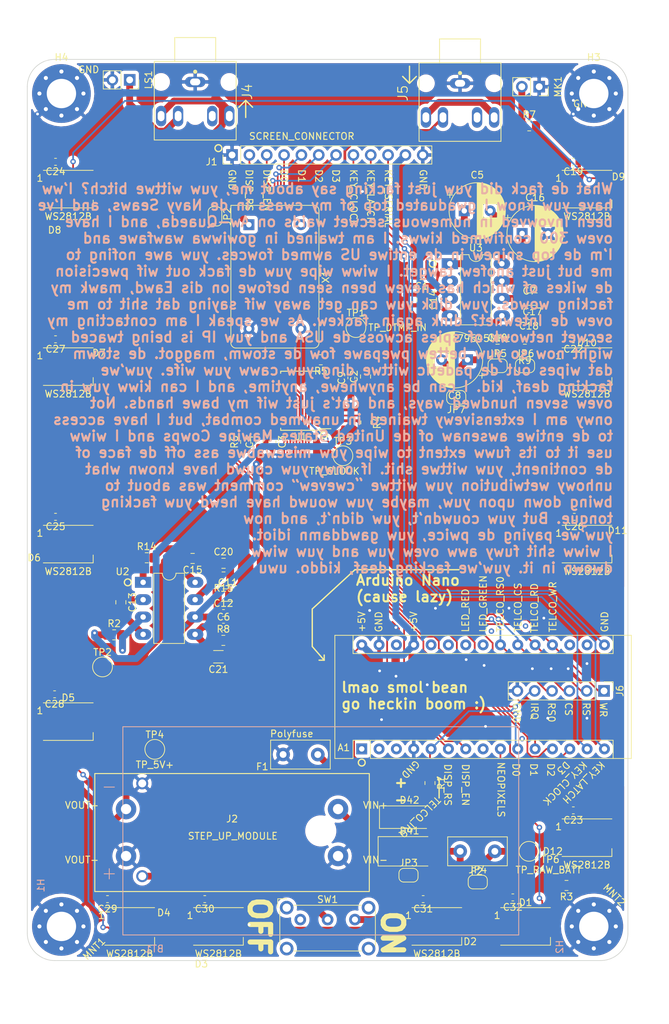
<source format=kicad_pcb>
(kicad_pcb (version 20171130) (host pcbnew 5.1.9+dfsg1-1)
  (layers (0 F.Cu signal) (31 B.Cu signal) (34 B.Paste user) (35 F.Paste user) (36 B.SilkS user hide) (37 F.SilkS user) (38 B.Mask user) (39 F.Mask user) (44 Edge.Cuts user))
  (net 0 "")
  (net 1 +5V)
  (net 2 GND)
  (net 3 /DISP_RS)
  (net 4 /DISP_EN)
  (net 5 /D0)
  (net 6 /D1)
  (net 7 /D2)
  (net 8 /D3)
  (net 9 /KEY_CLOCK)
  (net 10 /KEY_LATCH)
  (net 11 /KEY_SER)
  (net 12 "Net-(R4-Pad1)")
  (net 13 "Net-(R6-Pad1)")
  (net 14 /TELCO_WR)
  (net 15 /TELCO_RD)
  (net 16 /TELCO_IRQ)
  (net 17 /TELCO_CS)
  (net 18 /TELCO_RS0)
  (net 19 "Net-(C1-Pad1)")
  (net 20 /DTMF_OUT)
  (net 21 "Net-(C4-Pad2)")
  (net 22 "Net-(C5-Pad1)")
  (net 23 "Net-(C5-Pad2)")
  (net 24 "Net-(C6-Pad2)")
  (net 25 "Net-(C10-Pad2)")
  (net 26 "Net-(C10-Pad1)")
  (net 27 "Net-(U1-Pad1)")
  (net 28 "Net-(D1-Pad2)")
  (net 29 "Net-(D2-Pad2)")
  (net 30 "Net-(C2-Pad2)")
  (net 31 "Net-(C21-Pad2)")
  (net 32 "Net-(C15-Pad2)")
  (net 33 "Net-(C15-Pad1)")
  (net 34 "Net-(C16-Pad1)")
  (net 35 "Net-(C20-Pad2)")
  (net 36 "Net-(R14-Pad1)")
  (net 37 "Net-(R15-Pad2)")
  (net 38 "Net-(C13-Pad1)")
  (net 39 "Net-(C13-Pad2)")
  (net 40 "Net-(C14-Pad2)")
  (net 41 "Net-(C14-Pad1)")
  (net 42 "Net-(D3-Pad2)")
  (net 43 "Net-(D10-Pad2)")
  (net 44 "Net-(D10-Pad4)")
  (net 45 "Net-(D4-Pad2)")
  (net 46 "Net-(D5-Pad2)")
  (net 47 "Net-(D6-Pad2)")
  (net 48 "Net-(D7-Pad2)")
  (net 49 "Net-(D8-Pad2)")
  (net 50 "Net-(D11-Pad2)")
  (net 51 "Net-(D12-Pad2)")
  (net 52 "Net-(TP3-Pad1)")
  (net 53 "Net-(JP2-Pad1)")
  (net 54 "Net-(BT1-Pad1)")
  (net 55 "Net-(C21-Pad1)")
  (net 56 "Net-(C1-Pad2)")
  (net 57 "Net-(J4-Pad4)")
  (net 58 /NEOPIXEL)
  (net 59 "Net-(C8-Pad2)")
  (net 60 "Net-(D41-Pad1)")
  (net 61 "Net-(D41-Pad2)")
  (net 62 "Net-(D42-Pad2)")
  (net 63 "Net-(F2-Pad1)")
  (net 64 /DTMF_IN)
  (net 65 "Net-(R2-Pad2)")
  (module NetTie:NetTie-2_SMD_Pad0.5mm (layer F.Cu) (at 115.97 108.73 180)
    (fp_text reference NT1 hide)
    (fp_text value Net-Tie_2 hide)
    (fp_poly (pts (xy -0.5 -0.25) (xy 0.5 -0.25) (xy 0.5 0.25) (xy -0.5 0.25)) (layer F.Cu) (width 0))
    (pad 1 smd circle (at -0.5 0 180) (size 0.5 0.5) (layers F.Cu) (net 38 "Net-(C13-Pad1)"))
    (pad 2 smd circle (at 0.5 0 180) (size 0.5 0.5) (layers F.Cu) (net 2 GND))
  )
  (module Capacitor_SMD:C_0603_1608Metric_Pad1.08x0.95mm_HandSolder (layer F.Cu) (at 184 71 180)
    (fp_text reference C22 (at 0 -1.43) (layer F.SilkS))
    (fp_text value 100nF)
    (pad 2 smd roundrect (at 0.8625 0 180) (size 1.075 0.95) (layers F.Cu F.Paste F.Mask) (net 1 +5V))
    (pad 1 smd roundrect (at -0.8625 0 180) (size 1.075 0.95) (layers F.Cu F.Paste F.Mask) (net 2 GND))
  )
  (module Capacitor_THT:CP_Radial_D8.0mm_P3.80mm (layer F.Cu) (at 168.5 74 180)
    (fp_text reference C8 (at 1.9 -5.25) (layer F.SilkS))
    (fp_text value 470uF)
    (pad 1 thru_hole rect (at 0 0 180) (size 1.6 1.6) (drill 0.8) (layers *.Cu *.Mask) (net 26 "Net-(C10-Pad1)"))
    (pad 2 thru_hole circle (at 3.8 0 180) (size 1.6 1.6) (drill 0.8) (layers *.Cu *.Mask) (net 59 "Net-(C8-Pad2)"))
  )
  (module buggyboy:MT3608_MODULE (layer F.Cu) (at 134 143.25 180)
    (fp_text reference J2 (at 0 2 180) (layer F.SilkS))
    (fp_text value Conn_01x04 hide)
    (fp_text user VIN- (at -21 -4 180) (layer F.SilkS))
    (fp_text user VIN+ (at -21 4 180) (layer F.SilkS))
    (fp_text user VOUT+ (at 22 4 180) (layer F.SilkS))
    (fp_text user VOUT- (at 22 -4 180) (layer F.SilkS))
    (pad 4 thru_hole circle (at -15.53 -3.44 180) (size 3 3) (drill 1.5) (layers *.Cu *.Mask) (net 2 GND))
    (pad 3 thru_hole circle (at -15.53 3.44 180) (size 3 3) (drill 1.5) (layers *.Cu *.Mask) (net 60 "Net-(D41-Pad1)"))
    (pad 2 thru_hole circle (at 15.53 3.44 180) (size 3 3) (drill 1.5) (layers *.Cu *.Mask) (net 1 +5V))
    (pad 1 thru_hole circle (at 15.53 -3.44 180) (size 3 3) (drill 1.5) (layers *.Cu *.Mask) (net 2 GND))
  )
  (module NetTie:NetTie-2_SMD_Pad0.5mm (layer F.Cu) (at 115.97 110.31 180)
    (fp_text reference NT2 hide)
    (fp_text value Net-Tie_2 hide)
    (fp_poly (pts (xy -0.5 -0.25) (xy 0.5 -0.25) (xy 0.5 0.25) (xy -0.5 0.25)) (layer F.Cu) (width 0))
    (pad 2 smd circle (at 0.5 0 180) (size 0.5 0.5) (layers F.Cu) (net 2 GND))
    (pad 1 smd circle (at -0.5 0 180) (size 0.5 0.5) (layers F.Cu) (net 39 "Net-(C13-Pad2)"))
  )
  (module NetTie:NetTie-2_SMD_Pad0.5mm (layer F.Cu) (at 160.09 66.02 180)
    (fp_text reference NT4 hide)
    (fp_text value Net-Tie_2 hide)
    (fp_poly (pts (xy -0.5 -0.25) (xy 0.5 -0.25) (xy 0.5 0.25) (xy -0.5 0.25)) (layer F.Cu) (width 0))
    (pad 2 smd circle (at 0.5 0 180) (size 0.5 0.5) (layers F.Cu) (net 2 GND))
    (pad 1 smd circle (at -0.5 0 180) (size 0.5 0.5) (layers F.Cu) (net 40 "Net-(C14-Pad2)"))
  )
  (module Connector_PinHeader_2.54mm:PinHeader_1x12_P2.54mm_Vertical (layer F.Cu) (at 134 44 90)
    (fp_text reference J1 (at -1 -3 180) (layer F.SilkS))
    (fp_text value SCREEN_CONNECTOR (at 2.74 10.21 180) (layer F.SilkS))
    (pad 1 thru_hole rect (at 0 0 90) (size 1.7 1.7) (drill 1) (layers *.Cu *.Mask) (net 2 GND))
    (pad 2 thru_hole oval (at 0 2.54 90) (size 1.7 1.7) (drill 1) (layers *.Cu *.Mask) (net 3 /DISP_RS))
    (pad 3 thru_hole oval (at 0 5.08 90) (size 1.7 1.7) (drill 1) (layers *.Cu *.Mask) (net 4 /DISP_EN))
    (pad 4 thru_hole oval (at 0 7.62 90) (size 1.7 1.7) (drill 1) (layers *.Cu *.Mask) (net 5 /D0))
    (pad 5 thru_hole oval (at 0 10.16 90) (size 1.7 1.7) (drill 1) (layers *.Cu *.Mask) (net 6 /D1))
    (pad 6 thru_hole oval (at 0 12.7 90) (size 1.7 1.7) (drill 1) (layers *.Cu *.Mask) (net 7 /D2))
    (pad 7 thru_hole oval (at 0 15.24 90) (size 1.7 1.7) (drill 1) (layers *.Cu *.Mask) (net 8 /D3))
    (pad 8 thru_hole oval (at 0 17.78 90) (size 1.7 1.7) (drill 1) (layers *.Cu *.Mask) (net 9 /KEY_CLOCK))
    (pad 9 thru_hole oval (at 0 20.32 90) (size 1.7 1.7) (drill 1) (layers *.Cu *.Mask) (net 10 /KEY_LATCH))
    (pad 10 thru_hole oval (at 0 22.86 90) (size 1.7 1.7) (drill 1) (layers *.Cu *.Mask) (net 11 /KEY_SER))
    (pad 11 thru_hole oval (at 0 25.4 90) (size 1.7 1.7) (drill 1) (layers *.Cu *.Mask) (net 1 +5V))
    (pad 12 thru_hole oval (at 0 27.94 90) (size 1.7 1.7) (drill 1) (layers *.Cu *.Mask) (net 2 GND))
  )
  (module Module:Arduino_Nano (layer F.Cu) (at 153 131 90)
    (fp_text reference A1 (at 0.19 -2.632 180) (layer F.SilkS))
    (fp_text value Arduino_Nano_v2.x)
    (pad 1 thru_hole rect (at 0 0 90) (size 1.6 1.6) (drill 0.8) (layers *.Cu *.Mask))
    (pad 17 thru_hole oval (at 15.24 33.02 90) (size 1.6 1.6) (drill 0.8) (layers *.Cu *.Mask))
    (pad 2 thru_hole oval (at 0 2.54 90) (size 1.6 1.6) (drill 0.8) (layers *.Cu *.Mask))
    (pad 18 thru_hole oval (at 15.24 30.48 90) (size 1.6 1.6) (drill 0.8) (layers *.Cu *.Mask))
    (pad 3 thru_hole oval (at 0 5.08 90) (size 1.6 1.6) (drill 0.8) (layers *.Cu *.Mask))
    (pad 19 thru_hole oval (at 15.24 27.94 90) (size 1.6 1.6) (drill 0.8) (layers *.Cu *.Mask) (net 14 /TELCO_WR))
    (pad 4 thru_hole oval (at 0 7.62 90) (size 1.6 1.6) (drill 0.8) (layers *.Cu *.Mask) (net 2 GND))
    (pad 20 thru_hole oval (at 15.24 25.4 90) (size 1.6 1.6) (drill 0.8) (layers *.Cu *.Mask) (net 15 /TELCO_RD))
    (pad 5 thru_hole oval (at 0 10.16 90) (size 1.6 1.6) (drill 0.8) (layers *.Cu *.Mask) (net 16 /TELCO_IRQ))
    (pad 21 thru_hole oval (at 15.24 22.86 90) (size 1.6 1.6) (drill 0.8) (layers *.Cu *.Mask) (net 17 /TELCO_CS))
    (pad 6 thru_hole oval (at 0 12.7 90) (size 1.6 1.6) (drill 0.8) (layers *.Cu *.Mask) (net 3 /DISP_RS))
    (pad 22 thru_hole oval (at 15.24 20.32 90) (size 1.6 1.6) (drill 0.8) (layers *.Cu *.Mask) (net 18 /TELCO_RS0))
    (pad 7 thru_hole oval (at 0 15.24 90) (size 1.6 1.6) (drill 0.8) (layers *.Cu *.Mask) (net 4 /DISP_EN))
    (pad 23 thru_hole oval (at 15.24 17.78 90) (size 1.6 1.6) (drill 0.8) (layers *.Cu *.Mask))
    (pad 8 thru_hole oval (at 0 17.78 90) (size 1.6 1.6) (drill 0.8) (layers *.Cu *.Mask))
    (pad 24 thru_hole oval (at 15.24 15.24 90) (size 1.6 1.6) (drill 0.8) (layers *.Cu *.Mask))
    (pad 9 thru_hole oval (at 0 20.32 90) (size 1.6 1.6) (drill 0.8) (layers *.Cu *.Mask) (net 58 /NEOPIXEL))
    (pad 25 thru_hole oval (at 15.24 12.7 90) (size 1.6 1.6) (drill 0.8) (layers *.Cu *.Mask))
    (pad 10 thru_hole oval (at 0 22.86 90) (size 1.6 1.6) (drill 0.8) (layers *.Cu *.Mask) (net 5 /D0))
    (pad 26 thru_hole oval (at 15.24 10.16 90) (size 1.6 1.6) (drill 0.8) (layers *.Cu *.Mask))
    (pad 11 thru_hole oval (at 0 25.4 90) (size 1.6 1.6) (drill 0.8) (layers *.Cu *.Mask) (net 6 /D1))
    (pad 27 thru_hole oval (at 15.24 7.62 90) (size 1.6 1.6) (drill 0.8) (layers *.Cu *.Mask) (net 1 +5V))
    (pad 12 thru_hole oval (at 0 27.94 90) (size 1.6 1.6) (drill 0.8) (layers *.Cu *.Mask) (net 7 /D2))
    (pad 28 thru_hole oval (at 15.24 5.08 90) (size 1.6 1.6) (drill 0.8) (layers *.Cu *.Mask))
    (pad 13 thru_hole oval (at 0 30.48 90) (size 1.6 1.6) (drill 0.8) (layers *.Cu *.Mask) (net 8 /D3))
    (pad 29 thru_hole oval (at 15.24 2.54 90) (size 1.6 1.6) (drill 0.8) (layers *.Cu *.Mask) (net 2 GND))
    (pad 14 thru_hole oval (at 0 33.02 90) (size 1.6 1.6) (drill 0.8) (layers *.Cu *.Mask) (net 9 /KEY_CLOCK))
    (pad 30 thru_hole oval (at 15.24 0 90) (size 1.6 1.6) (drill 0.8) (layers *.Cu *.Mask) (net 1 +5V))
    (pad 15 thru_hole oval (at 0 35.56 90) (size 1.6 1.6) (drill 0.8) (layers *.Cu *.Mask) (net 10 /KEY_LATCH))
    (pad 16 thru_hole oval (at 15.24 35.56 90) (size 1.6 1.6) (drill 0.8) (layers *.Cu *.Mask) (net 11 /KEY_SER))
  )
  (module Package_DIP:DIP-8_W7.62mm_LongPads (layer F.Cu) (at 120.97 106.6)
    (fp_text reference U2 (at -3.02 -1.57) (layer F.SilkS))
    (fp_text value LM386)
    (pad 8 thru_hole oval (at 7.62 0) (size 2.4 1.6) (drill 0.8) (layers *.Cu *.Mask) (net 32 "Net-(C15-Pad2)"))
    (pad 4 thru_hole oval (at 0 7.62) (size 2.4 1.6) (drill 0.8) (layers *.Cu *.Mask) (net 39 "Net-(C13-Pad2)"))
    (pad 7 thru_hole oval (at 7.62 2.54) (size 2.4 1.6) (drill 0.8) (layers *.Cu *.Mask) (net 37 "Net-(R15-Pad2)"))
    (pad 3 thru_hole oval (at 0 5.08) (size 2.4 1.6) (drill 0.8) (layers *.Cu *.Mask) (net 65 "Net-(R2-Pad2)"))
    (pad 6 thru_hole oval (at 7.62 5.08) (size 2.4 1.6) (drill 0.8) (layers *.Cu *.Mask) (net 1 +5V))
    (pad 2 thru_hole oval (at 0 2.54) (size 2.4 1.6) (drill 0.8) (layers *.Cu *.Mask) (net 38 "Net-(C13-Pad1)"))
    (pad 5 thru_hole oval (at 7.62 7.62) (size 2.4 1.6) (drill 0.8) (layers *.Cu *.Mask) (net 31 "Net-(C21-Pad2)"))
    (pad 1 thru_hole rect (at 0 0) (size 2.4 1.6) (drill 0.8) (layers *.Cu *.Mask) (net 36 "Net-(R14-Pad1)"))
  )
  (module Package_DIP:DIP-8_W7.62mm_LongPads (layer F.Cu) (at 165.91 59.93)
    (fp_text reference U3 (at 3.81 -2.33) (layer F.SilkS))
    (fp_text value LM386)
    (pad 1 thru_hole rect (at 0 0) (size 2.4 1.6) (drill 0.8) (layers *.Cu *.Mask) (net 22 "Net-(C5-Pad1)"))
    (pad 5 thru_hole oval (at 7.62 7.62) (size 2.4 1.6) (drill 0.8) (layers *.Cu *.Mask) (net 26 "Net-(C10-Pad1)"))
    (pad 2 thru_hole oval (at 0 2.54) (size 2.4 1.6) (drill 0.8) (layers *.Cu *.Mask) (net 41 "Net-(C14-Pad1)"))
    (pad 6 thru_hole oval (at 7.62 5.08) (size 2.4 1.6) (drill 0.8) (layers *.Cu *.Mask) (net 1 +5V))
    (pad 3 thru_hole oval (at 0 5.08) (size 2.4 1.6) (drill 0.8) (layers *.Cu *.Mask) (net 19 "Net-(C1-Pad1)"))
    (pad 7 thru_hole oval (at 7.62 2.54) (size 2.4 1.6) (drill 0.8) (layers *.Cu *.Mask) (net 34 "Net-(C16-Pad1)"))
    (pad 4 thru_hole oval (at 0 7.62) (size 2.4 1.6) (drill 0.8) (layers *.Cu *.Mask) (net 40 "Net-(C14-Pad2)"))
    (pad 8 thru_hole oval (at 7.62 0) (size 2.4 1.6) (drill 0.8) (layers *.Cu *.Mask) (net 23 "Net-(C5-Pad2)"))
  )
  (module Button_Switch_THT:SW_E-Switch_EG1224_SPDT_Angled (layer F.Cu) (at 144 156)
    (fp_text reference SW1 (at 4 -2.95) (layer F.SilkS))
    (fp_text value SW_SPDT)
    (pad "" thru_hole circle (at -2 -1.75) (size 2 2) (drill 1.2) (layers *.Cu *.Mask))
    (pad "" thru_hole circle (at 10 -1.75) (size 2 2) (drill 1.2) (layers *.Cu *.Mask))
    (pad "" thru_hole circle (at 10 4.25) (size 2 2) (drill 1.2) (layers *.Cu *.Mask))
    (pad "" thru_hole circle (at -2 4.25) (size 2 2) (drill 1.2) (layers *.Cu *.Mask))
    (pad 1 thru_hole circle (at 0 0) (size 1.7 1.7) (drill 0.9) (layers *.Cu *.Mask))
    (pad 2 thru_hole circle (at 4 0) (size 1.7 1.7) (drill 0.9) (layers *.Cu *.Mask) (net 54 "Net-(BT1-Pad1)"))
    (pad 3 thru_hole circle (at 8 0) (size 1.7 1.7) (drill 0.9) (layers *.Cu *.Mask) (net 63 "Net-(F2-Pad1)"))
  )
  (module Connector_PinHeader_2.54mm:PinHeader_1x06_P2.54mm_Vertical (layer F.Cu) (at 188.5 122.5 270)
    (fp_text reference J6 (at 0 -2.33 270) (layer F.SilkS))
    (fp_text value DEBUG_TELCO)
    (pad 1 thru_hole rect (at 0 0 270) (size 1.7 1.7) (drill 1) (layers *.Cu *.Mask) (net 14 /TELCO_WR))
    (pad 2 thru_hole oval (at 0 2.54 270) (size 1.7 1.7) (drill 1) (layers *.Cu *.Mask) (net 15 /TELCO_RD))
    (pad 3 thru_hole oval (at 0 5.08 270) (size 1.7 1.7) (drill 1) (layers *.Cu *.Mask) (net 17 /TELCO_CS))
    (pad 4 thru_hole oval (at 0 7.62 270) (size 1.7 1.7) (drill 1) (layers *.Cu *.Mask) (net 18 /TELCO_RS0))
    (pad 5 thru_hole oval (at 0 10.16 270) (size 1.7 1.7) (drill 1) (layers *.Cu *.Mask) (net 16 /TELCO_IRQ))
    (pad 6 thru_hole oval (at 0 12.7 270) (size 1.7 1.7) (drill 1) (layers *.Cu *.Mask) (net 2 GND))
  )
  (module NetTie:NetTie-2_SMD_Pad0.5mm (layer F.Cu) (at 160.08 64.45 180)
    (fp_text reference NT3 hide)
    (fp_text value Net-Tie_2 hide)
    (fp_poly (pts (xy -0.5 -0.25) (xy 0.5 -0.25) (xy 0.5 0.25) (xy -0.5 0.25)) (layer F.Cu) (width 0))
    (pad 1 smd circle (at -0.5 0 180) (size 0.5 0.5) (layers F.Cu) (net 41 "Net-(C14-Pad1)"))
    (pad 2 smd circle (at 0.5 0 180) (size 0.5 0.5) (layers F.Cu) (net 2 GND))
  )
  (module LED_SMD:LED_WS2812B_PLCC4_5.0x5.0mm_P3.2mm (layer F.Cu) (at 186 49)
    (fp_text reference D9 (at 4.61 -1.806) (layer F.SilkS))
    (fp_text value WS2812B (at 0 4) (layer F.SilkS))
    (fp_text user 1 (at -4.15 -1.6) (layer F.SilkS))
    (pad 1 smd rect (at -2.45 -1.6) (size 1.5 1) (layers F.Cu F.Paste F.Mask) (net 1 +5V))
    (pad 2 smd rect (at -2.45 1.6) (size 1.5 1) (layers F.Cu F.Paste F.Mask) (net 44 "Net-(D10-Pad4)"))
    (pad 4 smd rect (at 2.45 -1.6) (size 1.5 1) (layers F.Cu F.Paste F.Mask) (net 49 "Net-(D8-Pad2)"))
    (pad 3 smd rect (at 2.45 1.6) (size 1.5 1) (layers F.Cu F.Paste F.Mask) (net 2 GND))
  )
  (module LED_SMD:LED_WS2812B_PLCC4_5.0x5.0mm_P3.2mm (layer F.Cu) (at 164 157)
    (fp_text reference D2 (at 4.88 2.22) (layer F.SilkS))
    (fp_text value WS2812B (at 0 4) (layer F.SilkS))
    (fp_text user 1 (at -4.15 -1.6) (layer F.SilkS))
    (pad 3 smd rect (at 2.45 1.6) (size 1.5 1) (layers F.Cu F.Paste F.Mask) (net 2 GND))
    (pad 4 smd rect (at 2.45 -1.6) (size 1.5 1) (layers F.Cu F.Paste F.Mask) (net 28 "Net-(D1-Pad2)"))
    (pad 2 smd rect (at -2.45 1.6) (size 1.5 1) (layers F.Cu F.Paste F.Mask) (net 29 "Net-(D2-Pad2)"))
    (pad 1 smd rect (at -2.45 -1.6) (size 1.5 1) (layers F.Cu F.Paste F.Mask) (net 1 +5V))
  )
  (module LED_SMD:LED_WS2812B_PLCC4_5.0x5.0mm_P3.2mm (layer F.Cu) (at 110 101)
    (fp_text reference D6 (at -5 2) (layer F.SilkS))
    (fp_text value WS2812B (at 0 4) (layer F.SilkS))
    (fp_text user 1 (at -4.15 -1.6) (layer F.SilkS))
    (pad 1 smd rect (at -2.45 -1.6) (size 1.5 1) (layers F.Cu F.Paste F.Mask) (net 1 +5V))
    (pad 2 smd rect (at -2.45 1.6) (size 1.5 1) (layers F.Cu F.Paste F.Mask) (net 47 "Net-(D6-Pad2)"))
    (pad 4 smd rect (at 2.45 -1.6) (size 1.5 1) (layers F.Cu F.Paste F.Mask) (net 46 "Net-(D5-Pad2)"))
    (pad 3 smd rect (at 2.45 1.6) (size 1.5 1) (layers F.Cu F.Paste F.Mask) (net 2 GND))
  )
  (module LED_SMD:LED_WS2812B_PLCC4_5.0x5.0mm_P3.2mm (layer F.Cu) (at 186 75)
    (fp_text reference D10 (at 0 -3.5) (layer F.SilkS))
    (fp_text value WS2812B (at 0 4) (layer F.SilkS))
    (fp_text user 1 (at -4.15 -1.6) (layer F.SilkS))
    (pad 3 smd rect (at 2.45 1.6) (size 1.5 1) (layers F.Cu F.Paste F.Mask) (net 2 GND))
    (pad 4 smd rect (at 2.45 -1.6) (size 1.5 1) (layers F.Cu F.Paste F.Mask) (net 44 "Net-(D10-Pad4)"))
    (pad 2 smd rect (at -2.45 1.6) (size 1.5 1) (layers F.Cu F.Paste F.Mask) (net 43 "Net-(D10-Pad2)"))
    (pad 1 smd rect (at -2.45 -1.6) (size 1.5 1) (layers F.Cu F.Paste F.Mask) (net 1 +5V))
  )
  (module LED_SMD:LED_WS2812B_PLCC4_5.0x5.0mm_P3.2mm (layer F.Cu) (at 132 157)
    (fp_text reference D3 (at -2.5 5.5) (layer F.SilkS))
    (fp_text value WS2812B (at 0 4) (layer F.SilkS))
    (fp_text user 1 (at -4.15 -1.6) (layer F.SilkS))
    (pad 1 smd rect (at -2.45 -1.6) (size 1.5 1) (layers F.Cu F.Paste F.Mask) (net 1 +5V))
    (pad 2 smd rect (at -2.45 1.6) (size 1.5 1) (layers F.Cu F.Paste F.Mask) (net 42 "Net-(D3-Pad2)"))
    (pad 4 smd rect (at 2.45 -1.6) (size 1.5 1) (layers F.Cu F.Paste F.Mask) (net 29 "Net-(D2-Pad2)"))
    (pad 3 smd rect (at 2.45 1.6) (size 1.5 1) (layers F.Cu F.Paste F.Mask) (net 2 GND))
  )
  (module LED_SMD:LED_WS2812B_PLCC4_5.0x5.0mm_P3.2mm (layer F.Cu) (at 110 75)
    (fp_text reference D7 (at 4.5 -2) (layer F.SilkS))
    (fp_text value WS2812B (at 0 4) (layer F.SilkS))
    (fp_text user 1 (at -4.15 -1.6) (layer F.SilkS))
    (pad 3 smd rect (at 2.45 1.6) (size 1.5 1) (layers F.Cu F.Paste F.Mask) (net 2 GND))
    (pad 4 smd rect (at 2.45 -1.6) (size 1.5 1) (layers F.Cu F.Paste F.Mask) (net 47 "Net-(D6-Pad2)"))
    (pad 2 smd rect (at -2.45 1.6) (size 1.5 1) (layers F.Cu F.Paste F.Mask) (net 48 "Net-(D7-Pad2)"))
    (pad 1 smd rect (at -2.45 -1.6) (size 1.5 1) (layers F.Cu F.Paste F.Mask) (net 1 +5V))
  )
  (module LED_SMD:LED_WS2812B_PLCC4_5.0x5.0mm_P3.2mm (layer F.Cu) (at 186 101)
    (fp_text reference D11 (at 4.5 -2) (layer F.SilkS))
    (fp_text value WS2812B (at 0 4) (layer F.SilkS))
    (fp_text user 1 (at -4.15 -1.6) (layer F.SilkS))
    (pad 1 smd rect (at -2.45 -1.6) (size 1.5 1) (layers F.Cu F.Paste F.Mask) (net 1 +5V))
    (pad 2 smd rect (at -2.45 1.6) (size 1.5 1) (layers F.Cu F.Paste F.Mask) (net 50 "Net-(D11-Pad2)"))
    (pad 4 smd rect (at 2.45 -1.6) (size 1.5 1) (layers F.Cu F.Paste F.Mask) (net 43 "Net-(D10-Pad2)"))
    (pad 3 smd rect (at 2.45 1.6) (size 1.5 1) (layers F.Cu F.Paste F.Mask) (net 2 GND))
  )
  (module LED_SMD:LED_WS2812B_PLCC4_5.0x5.0mm_P3.2mm (layer F.Cu) (at 119 157)
    (fp_text reference D4 (at 5 -2) (layer F.SilkS))
    (fp_text value WS2812B (at 0 4) (layer F.SilkS))
    (fp_text user 1 (at -4.15 -1.6) (layer F.SilkS))
    (pad 1 smd rect (at -2.45 -1.6) (size 1.5 1) (layers F.Cu F.Paste F.Mask) (net 1 +5V))
    (pad 2 smd rect (at -2.45 1.6) (size 1.5 1) (layers F.Cu F.Paste F.Mask) (net 45 "Net-(D4-Pad2)"))
    (pad 4 smd rect (at 2.45 -1.6) (size 1.5 1) (layers F.Cu F.Paste F.Mask) (net 42 "Net-(D3-Pad2)"))
    (pad 3 smd rect (at 2.45 1.6) (size 1.5 1) (layers F.Cu F.Paste F.Mask) (net 2 GND))
  )
  (module LED_SMD:LED_WS2812B_PLCC4_5.0x5.0mm_P3.2mm (layer F.Cu) (at 110 49)
    (fp_text reference D8 (at -2 6) (layer F.SilkS))
    (fp_text value WS2812B (at 0 4) (layer F.SilkS))
    (fp_text user 1 (at -4.15 -1.6) (layer F.SilkS))
    (pad 3 smd rect (at 2.45 1.6) (size 1.5 1) (layers F.Cu F.Paste F.Mask) (net 2 GND))
    (pad 4 smd rect (at 2.45 -1.6) (size 1.5 1) (layers F.Cu F.Paste F.Mask) (net 48 "Net-(D7-Pad2)"))
    (pad 2 smd rect (at -2.45 1.6) (size 1.5 1) (layers F.Cu F.Paste F.Mask) (net 49 "Net-(D8-Pad2)"))
    (pad 1 smd rect (at -2.45 -1.6) (size 1.5 1) (layers F.Cu F.Paste F.Mask) (net 1 +5V))
  )
  (module LED_SMD:LED_WS2812B_PLCC4_5.0x5.0mm_P3.2mm (layer F.Cu) (at 186 144)
    (fp_text reference D12 (at -5 2) (layer F.SilkS))
    (fp_text value WS2812B (at 0 4) (layer F.SilkS))
    (fp_text user 1 (at -4.15 -1.6) (layer F.SilkS))
    (pad 3 smd rect (at 2.45 1.6) (size 1.5 1) (layers F.Cu F.Paste F.Mask) (net 2 GND))
    (pad 4 smd rect (at 2.45 -1.6) (size 1.5 1) (layers F.Cu F.Paste F.Mask) (net 50 "Net-(D11-Pad2)"))
    (pad 2 smd rect (at -2.45 1.6) (size 1.5 1) (layers F.Cu F.Paste F.Mask) (net 51 "Net-(D12-Pad2)"))
    (pad 1 smd rect (at -2.45 -1.6) (size 1.5 1) (layers F.Cu F.Paste F.Mask) (net 1 +5V))
  )
  (module MountingHole:MountingHole_4.3mm_M4_Pad_Via (layer B.Cu) (at 109 157 270)
    (fp_text reference H1 (at -6 3 270) (layer B.SilkS) (effects (justify mirror)))
    (fp_text value MNT1 (at 3.274 -4.792 45) (layer F.SilkS))
    (pad 1 thru_hole circle (at 0 0 270) (size 8.6 8.6) (drill 4.3) (layers *.Cu *.Mask) (net 2 GND))
    (pad 1 thru_hole circle (at 3.225 0 270) (size 0.9 0.9) (drill 0.6) (layers *.Cu *.Mask) (net 2 GND))
    (pad 1 thru_hole circle (at 2.280419 -2.280419 270) (size 0.9 0.9) (drill 0.6) (layers *.Cu *.Mask) (net 2 GND))
    (pad 1 thru_hole circle (at 0 -3.225 270) (size 0.9 0.9) (drill 0.6) (layers *.Cu *.Mask) (net 2 GND))
    (pad 1 thru_hole circle (at -2.280419 -2.280419 270) (size 0.9 0.9) (drill 0.6) (layers *.Cu *.Mask) (net 2 GND))
    (pad 1 thru_hole circle (at -3.225 0 270) (size 0.9 0.9) (drill 0.6) (layers *.Cu *.Mask) (net 2 GND))
    (pad 1 thru_hole circle (at -2.280419 2.280419 270) (size 0.9 0.9) (drill 0.6) (layers *.Cu *.Mask) (net 2 GND))
    (pad 1 thru_hole circle (at 0 3.225 270) (size 0.9 0.9) (drill 0.6) (layers *.Cu *.Mask) (net 2 GND))
    (pad 1 thru_hole circle (at 2.280419 2.280419 270) (size 0.9 0.9) (drill 0.6) (layers *.Cu *.Mask) (net 2 GND))
  )
  (module MountingHole:MountingHole_4.3mm_M4_Pad_Via (layer B.Cu) (at 187 157 270)
    (fp_text reference H2 (at 3 5 270) (layer B.SilkS) (effects (justify mirror)))
    (fp_text value MNT2 (at -4.6 -2.992 135) (layer F.SilkS))
    (pad 1 thru_hole circle (at 2.280419 2.280419 270) (size 0.9 0.9) (drill 0.6) (layers *.Cu *.Mask) (net 2 GND))
    (pad 1 thru_hole circle (at 0 3.225 270) (size 0.9 0.9) (drill 0.6) (layers *.Cu *.Mask) (net 2 GND))
    (pad 1 thru_hole circle (at -2.280419 2.280419 270) (size 0.9 0.9) (drill 0.6) (layers *.Cu *.Mask) (net 2 GND))
    (pad 1 thru_hole circle (at -3.225 0 270) (size 0.9 0.9) (drill 0.6) (layers *.Cu *.Mask) (net 2 GND))
    (pad 1 thru_hole circle (at -2.280419 -2.280419 270) (size 0.9 0.9) (drill 0.6) (layers *.Cu *.Mask) (net 2 GND))
    (pad 1 thru_hole circle (at 0 -3.225 270) (size 0.9 0.9) (drill 0.6) (layers *.Cu *.Mask) (net 2 GND))
    (pad 1 thru_hole circle (at 2.280419 -2.280419 270) (size 0.9 0.9) (drill 0.6) (layers *.Cu *.Mask) (net 2 GND))
    (pad 1 thru_hole circle (at 3.225 0 270) (size 0.9 0.9) (drill 0.6) (layers *.Cu *.Mask) (net 2 GND))
    (pad 1 thru_hole circle (at 0 0 270) (size 8.6 8.6) (drill 4.3) (layers *.Cu *.Mask) (net 2 GND))
  )
  (module TestPoint:TestPoint_Pad_D2.5mm (layer F.Cu) (at 152.15 69.28)
    (fp_text reference TP1 (at 0 -2.148) (layer F.SilkS))
    (fp_text value TP_DTMF_IN (at 6.09 0) (layer F.SilkS))
    (pad 1 smd circle (at 0 0) (size 2.5 2.5) (layers F.Cu F.Mask) (net 64 /DTMF_IN))
  )
  (module TestPoint:TestPoint_Pad_D2.5mm (layer F.Cu) (at 150.24 88.06)
    (fp_text reference TP3 (at 0 -2.148) (layer F.SilkS))
    (fp_text value TP_CLOCK (at -1.24 2.25) (layer F.SilkS))
    (pad 1 smd circle (at 0 0) (size 2.5 2.5) (layers F.Cu F.Mask) (net 52 "Net-(TP3-Pad1)"))
  )
  (module TestPoint:TestPoint_Pad_D2.5mm (layer F.Cu) (at 122.682 131.064)
    (fp_text reference TP4 (at 0 -2.148) (layer F.SilkS))
    (fp_text value TP_5V+ (at 0 2.25) (layer F.SilkS))
    (pad 1 smd circle (at 0 0) (size 2.5 2.5) (layers F.Cu F.Mask) (net 1 +5V))
  )
  (module TestPoint:TestPoint_Pad_D2.5mm (layer F.Cu) (at 177.5 146)
    (fp_text reference TP6 (at 3.122 1.2) (layer F.SilkS))
    (fp_text value TP_RAW_BATT (at 2.868 2.724) (layer F.SilkS))
    (pad 1 smd circle (at 0 0) (size 2.5 2.5) (layers F.Cu F.Mask) (net 63 "Net-(F2-Pad1)"))
  )
  (module Fuse:Fuse_Littelfuse_395Series (layer F.Cu) (at 146.558 131.826 180)
    (fp_text reference F1 (at 8.128 -1.778 180) (layer F.SilkS))
    (fp_text value Polyfuse (at 3.81 3.048 180) (layer F.SilkS))
    (pad 1 thru_hole circle (at 0 0 180) (size 2 2) (drill 1) (layers *.Cu *.Mask) (net 62 "Net-(D42-Pad2)"))
    (pad 2 thru_hole circle (at 5.08 0.01 180) (size 2 2) (drill 1) (layers *.Cu *.Mask) (net 2 GND))
  )
  (module Connector_PinSocket_2.54mm:PinSocket_1x02_P2.54mm_Vertical (layer F.Cu) (at 119 33 270)
    (fp_text reference LS1 (at 0 -2.77 270) (layer F.SilkS))
    (fp_text value Speaker)
    (pad 1 thru_hole rect (at 0 0 270) (size 1.7 1.7) (drill 1) (layers *.Cu *.Mask) (net 57 "Net-(J4-Pad4)"))
    (pad 2 thru_hole oval (at 0 2.54 270) (size 1.7 1.7) (drill 1) (layers *.Cu *.Mask) (net 2 GND))
  )
  (module Connector_PinSocket_2.54mm:PinSocket_1x02_P2.54mm_Vertical (layer F.Cu) (at 179 34 270)
    (fp_text reference MK1 (at 0 -2.77 270) (layer F.SilkS))
    (fp_text value Microphone)
    (pad 2 thru_hole oval (at 0 2.54 270) (size 1.7 1.7) (drill 1) (layers *.Cu *.Mask) (net 56 "Net-(C1-Pad2)"))
    (pad 1 thru_hole rect (at 0 0 270) (size 1.7 1.7) (drill 1) (layers *.Cu *.Mask) (net 2 GND))
  )
  (module buggyboy:BatteryHolder_BC2AAPC (layer B.Cu) (at 147 143)
    (fp_text reference BT1 (at -24.365 17.285) (layer B.SilkS) (effects (justify mirror)))
    (fp_text value Battery_Cell)
    (pad 1 thru_hole circle (at -26.16 6.64) (size 1.755 1.755) (drill 1.17) (layers *.Cu *.Mask) (net 54 "Net-(BT1-Pad1)"))
    (pad 2 thru_hole circle (at -26.16 -6.95) (size 1.755 1.755) (drill 1.17) (layers *.Cu *.Mask) (net 2 GND))
    (pad None np_thru_hole circle (at 0 0.01) (size 3.56 3.56) (drill 3.56) (layers *.Cu *.Mask))
  )
  (module Capacitor_SMD:C_0805_2012Metric_Pad1.18x1.45mm_HandSolder (layer F.Cu) (at 161.7925 61.53 180)
    (fp_text reference C1 (at 0 -1.68) (layer F.SilkS))
    (fp_text value 10uF)
    (pad 2 smd roundrect (at 1.0375 0 180) (size 1.175 1.45) (layers F.Cu F.Paste F.Mask) (roundrect_rratio 0.212766) (net 56 "Net-(C1-Pad2)"))
    (pad 1 smd roundrect (at -1.0375 0 180) (size 1.175 1.45) (layers F.Cu F.Paste F.Mask) (roundrect_rratio 0.212766) (net 19 "Net-(C1-Pad1)"))
  )
  (module Capacitor_SMD:C_0805_2012Metric_Pad1.18x1.45mm_HandSolder (layer F.Cu) (at 153.56 76.45 90)
    (fp_text reference C2 (at 0 -1.68 90) (layer F.SilkS))
    (fp_text value 10nF)
    (pad 1 smd roundrect (at -1.0375 0 90) (size 1.175 1.45) (layers F.Cu F.Paste F.Mask) (roundrect_rratio 0.212766) (net 2 GND))
    (pad 2 smd roundrect (at 1.0375 0 90) (size 1.175 1.45) (layers F.Cu F.Paste F.Mask) (roundrect_rratio 0.212766) (net 30 "Net-(C2-Pad2)"))
  )
  (module Capacitor_SMD:C_0603_1608Metric_Pad1.08x0.95mm_HandSolder (layer F.Cu) (at 139.92 86 270)
    (fp_text reference C3 (at 0 -1.43 90) (layer F.SilkS))
    (fp_text value 100nF)
    (pad 1 smd roundrect (at -0.8625 0 270) (size 1.075 0.95) (layers F.Cu F.Paste F.Mask) (net 1 +5V))
    (pad 2 smd roundrect (at 0.8625 0 270) (size 1.075 0.95) (layers F.Cu F.Paste F.Mask) (net 2 GND))
  )
  (module Capacitor_SMD:C_0603_1608Metric_Pad1.08x0.95mm_HandSolder (layer F.Cu) (at 138 86 90)
    (fp_text reference C4 (at 0 -1.43 90) (layer F.SilkS))
    (fp_text value 100nF)
    (pad 2 smd roundrect (at 0.8625 0 90) (size 1.075 0.95) (layers F.Cu F.Paste F.Mask) (net 21 "Net-(C4-Pad2)"))
    (pad 1 smd roundrect (at -0.8625 0 90) (size 1.075 0.95) (layers F.Cu F.Paste F.Mask) (net 1 +5V))
  )
  (module Capacitor_THT:CP_Radial_D8.0mm_P3.80mm (layer F.Cu) (at 168.02 52.18)
    (fp_text reference C5 (at 1.9 -5.25) (layer F.SilkS))
    (fp_text value DEPOP)
    (pad 2 thru_hole circle (at 3.8 0) (size 1.6 1.6) (drill 0.8) (layers *.Cu *.Mask) (net 23 "Net-(C5-Pad2)"))
    (pad 1 thru_hole rect (at 0 0) (size 1.6 1.6) (drill 0.8) (layers *.Cu *.Mask) (net 22 "Net-(C5-Pad1)"))
  )
  (module Capacitor_SMD:C_0603_1608Metric_Pad1.08x0.95mm_HandSolder (layer F.Cu) (at 132.745 113.1)
    (fp_text reference C6 (at 0 -1.43) (layer F.SilkS))
    (fp_text value 100nF)
    (pad 1 smd roundrect (at -0.8625 0) (size 1.075 0.95) (layers F.Cu F.Paste F.Mask) (net 31 "Net-(C21-Pad2)"))
    (pad 2 smd roundrect (at 0.8625 0) (size 1.075 0.95) (layers F.Cu F.Paste F.Mask) (net 24 "Net-(C6-Pad2)"))
  )
  (module Capacitor_SMD:C_0805_2012Metric (layer F.Cu) (at 177.55 62.24 180)
    (fp_text reference C7 (at 0 -1.68) (layer F.SilkS))
    (fp_text value 10uF)
    (pad 1 smd roundrect (at -0.95 0 180) (size 1 1.45) (layers F.Cu F.Paste F.Mask) (net 2 GND))
    (pad 2 smd roundrect (at 0.95 0 180) (size 1 1.45) (layers F.Cu F.Paste F.Mask) (net 34 "Net-(C16-Pad1)"))
  )
  (module Capacitor_SMD:C_0603_1608Metric_Pad1.08x0.95mm_HandSolder (layer F.Cu) (at 151.48 76.6475 90)
    (fp_text reference C9 (at 0 -1.43 90) (layer F.SilkS))
    (fp_text value 100nF)
    (pad 2 smd roundrect (at 0.8625 0 90) (size 1.075 0.95) (layers F.Cu F.Paste F.Mask) (net 30 "Net-(C2-Pad2)"))
    (pad 1 smd roundrect (at -0.8625 0 90) (size 1.075 0.95) (layers F.Cu F.Paste F.Mask) (net 20 /DTMF_OUT))
  )
  (module Capacitor_SMD:C_0805_2012Metric (layer F.Cu) (at 172.9 72.45)
    (fp_text reference C10 (at 0 -1.68) (layer F.SilkS))
    (fp_text value 47nF)
    (pad 2 smd roundrect (at 0.95 0) (size 1 1.45) (layers F.Cu F.Paste F.Mask) (net 25 "Net-(C10-Pad2)"))
    (pad 1 smd roundrect (at -0.95 0) (size 1 1.45) (layers F.Cu F.Paste F.Mask) (net 26 "Net-(C10-Pad1)"))
  )
  (module Capacitor_SMD:C_1206_3216Metric_Pad1.33x1.80mm_HandSolder (layer F.Cu) (at 133.37 108.47)
    (fp_text reference C11 (at 0 -1.85) (layer F.SilkS))
    (fp_text value 100uF)
    (pad 1 smd roundrect (at -1.5625 0) (size 1.325 1.8) (layers F.Cu F.Paste F.Mask) (roundrect_rratio 0.188679) (net 1 +5V))
    (pad 2 smd roundrect (at 1.5625 0) (size 1.325 1.8) (layers F.Cu F.Paste F.Mask) (roundrect_rratio 0.188679) (net 2 GND))
  )
  (module Capacitor_SMD:C_0603_1608Metric_Pad1.08x0.95mm_HandSolder (layer F.Cu) (at 132.745 111.1)
    (fp_text reference C12 (at 0 -1.43) (layer F.SilkS))
    (fp_text value 100nF)
    (pad 1 smd roundrect (at -0.8625 0) (size 1.075 0.95) (layers F.Cu F.Paste F.Mask) (net 1 +5V))
    (pad 2 smd roundrect (at 0.8625 0) (size 1.075 0.95) (layers F.Cu F.Paste F.Mask) (net 2 GND))
  )
  (module Capacitor_SMD:C_0805_2012Metric_Pad1.18x1.45mm_HandSolder (layer F.Cu) (at 117.71 109.52 270)
    (fp_text reference C13 (at 0 -1.68 90) (layer F.SilkS))
    (fp_text value 470pF)
    (pad 2 smd roundrect (at 1.0375 0 270) (size 1.175 1.45) (layers F.Cu F.Paste F.Mask) (roundrect_rratio 0.212766) (net 39 "Net-(C13-Pad2)"))
    (pad 1 smd roundrect (at -1.0375 0 270) (size 1.175 1.45) (layers F.Cu F.Paste F.Mask) (roundrect_rratio 0.212766) (net 38 "Net-(C13-Pad1)"))
  )
  (module Capacitor_SMD:C_0805_2012Metric_Pad1.18x1.45mm_HandSolder (layer F.Cu) (at 161.81 65.23 270)
    (fp_text reference C14 (at 0 -1.68 90) (layer F.SilkS))
    (fp_text value 470pF)
    (pad 2 smd roundrect (at 1.0375 0 270) (size 1.175 1.45) (layers F.Cu F.Paste F.Mask) (roundrect_rratio 0.212766) (net 40 "Net-(C14-Pad2)"))
    (pad 1 smd roundrect (at -1.0375 0 270) (size 1.175 1.45) (layers F.Cu F.Paste F.Mask) (roundrect_rratio 0.212766) (net 41 "Net-(C14-Pad1)"))
  )
  (module Capacitor_SMD:C_0805_2012Metric_Pad1.18x1.45mm_HandSolder (layer F.Cu) (at 128.22 103.1 180)
    (fp_text reference C15 (at 0 -1.68) (layer F.SilkS))
    (fp_text value 10uF)
    (pad 1 smd roundrect (at -1.0375 0 180) (size 1.175 1.45) (layers F.Cu F.Paste F.Mask) (roundrect_rratio 0.212766) (net 33 "Net-(C15-Pad1)"))
    (pad 2 smd roundrect (at 1.0375 0 180) (size 1.175 1.45) (layers F.Cu F.Paste F.Mask) (roundrect_rratio 0.212766) (net 32 "Net-(C15-Pad2)"))
  )
  (module Capacitor_THT:CP_Radial_D8.0mm_P3.80mm (layer F.Cu) (at 176.5 55.5)
    (fp_text reference C16 (at 1.9 -5.25) (layer F.SilkS))
    (fp_text value DEPOP)
    (pad 1 thru_hole rect (at 0 0) (size 1.6 1.6) (drill 0.8) (layers *.Cu *.Mask) (net 34 "Net-(C16-Pad1)"))
    (pad 2 thru_hole circle (at 3.8 0) (size 1.6 1.6) (drill 0.8) (layers *.Cu *.Mask) (net 2 GND))
  )
  (module Capacitor_SMD:C_1206_3216Metric_Pad1.33x1.80mm_HandSolder (layer F.Cu) (at 178 65.11 180)
    (fp_text reference C17 (at 0 -1.85) (layer F.SilkS))
    (fp_text value 100uF)
    (pad 1 smd roundrect (at -1.5625 0 180) (size 1.325 1.8) (layers F.Cu F.Paste F.Mask) (roundrect_rratio 0.188679) (net 2 GND))
    (pad 2 smd roundrect (at 1.5625 0 180) (size 1.325 1.8) (layers F.Cu F.Paste F.Mask) (roundrect_rratio 0.188679) (net 1 +5V))
  )
  (module Capacitor_SMD:C_0603_1608Metric_Pad1.08x0.95mm_HandSolder (layer F.Cu) (at 177.495 67.62 180)
    (fp_text reference C18 (at 0 -1.43) (layer F.SilkS))
    (fp_text value 100nF)
    (pad 2 smd roundrect (at 0.8625 0 180) (size 1.075 0.95) (layers F.Cu F.Paste F.Mask) (net 1 +5V))
    (pad 1 smd roundrect (at -0.8625 0 180) (size 1.075 0.95) (layers F.Cu F.Paste F.Mask) (net 2 GND))
  )
  (module Capacitor_SMD:C_0603_1608Metric_Pad1.08x0.95mm_HandSolder (layer F.Cu) (at 184 45 180)
    (fp_text reference C19 (at 0 -1.43) (layer F.SilkS))
    (fp_text value 100nF)
    (pad 2 smd roundrect (at 0.8625 0 180) (size 1.075 0.95) (layers F.Cu F.Paste F.Mask) (net 1 +5V))
    (pad 1 smd roundrect (at -0.8625 0 180) (size 1.075 0.95) (layers F.Cu F.Paste F.Mask) (net 2 GND))
  )
  (module Capacitor_SMD:C_0805_2012Metric_Pad1.18x1.45mm_HandSolder (layer F.Cu) (at 132.75 103.81)
    (fp_text reference C20 (at 0 -1.68) (layer F.SilkS))
    (fp_text value 10uF)
    (pad 1 smd roundrect (at -1.0375 0) (size 1.175 1.45) (layers F.Cu F.Paste F.Mask) (roundrect_rratio 0.212766) (net 2 GND))
    (pad 2 smd roundrect (at 1.0375 0) (size 1.175 1.45) (layers F.Cu F.Paste F.Mask) (roundrect_rratio 0.212766) (net 35 "Net-(C20-Pad2)"))
  )
  (module Capacitor_SMD:C_1206_3216Metric_Pad1.33x1.80mm_HandSolder (layer F.Cu) (at 132 117.5 180)
    (fp_text reference C21 (at 0 -1.85) (layer F.SilkS))
    (fp_text value 100uF)
    (pad 2 smd roundrect (at 1.5625 0 180) (size 1.325 1.8) (layers F.Cu F.Paste F.Mask) (roundrect_rratio 0.188679) (net 31 "Net-(C21-Pad2)"))
    (pad 1 smd roundrect (at -1.5625 0 180) (size 1.325 1.8) (layers F.Cu F.Paste F.Mask) (roundrect_rratio 0.188679) (net 55 "Net-(C21-Pad1)"))
  )
  (module Capacitor_SMD:C_0603_1608Metric_Pad1.08x0.95mm_HandSolder (layer F.Cu) (at 184 140 180)
    (fp_text reference C23 (at 0 -1.43) (layer F.SilkS))
    (fp_text value 100nF)
    (pad 2 smd roundrect (at 0.8625 0 180) (size 1.075 0.95) (layers F.Cu F.Paste F.Mask) (net 1 +5V))
    (pad 1 smd roundrect (at -0.8625 0 180) (size 1.075 0.95) (layers F.Cu F.Paste F.Mask) (net 2 GND))
  )
  (module Capacitor_SMD:C_0603_1608Metric_Pad1.08x0.95mm_HandSolder (layer F.Cu) (at 108.1375 45 180)
    (fp_text reference C24 (at 0 -1.43) (layer F.SilkS))
    (fp_text value 100nF)
    (pad 1 smd roundrect (at -0.8625 0 180) (size 1.075 0.95) (layers F.Cu F.Paste F.Mask) (net 2 GND))
    (pad 2 smd roundrect (at 0.8625 0 180) (size 1.075 0.95) (layers F.Cu F.Paste F.Mask) (net 1 +5V))
  )
  (module Capacitor_SMD:C_0603_1608Metric_Pad1.08x0.95mm_HandSolder (layer F.Cu) (at 108.1375 97 180)
    (fp_text reference C25 (at 0 -1.43) (layer F.SilkS))
    (fp_text value 100nF)
    (pad 1 smd roundrect (at -0.8625 0 180) (size 1.075 0.95) (layers F.Cu F.Paste F.Mask) (net 2 GND))
    (pad 2 smd roundrect (at 0.8625 0 180) (size 1.075 0.95) (layers F.Cu F.Paste F.Mask) (net 1 +5V))
  )
  (module Capacitor_SMD:C_0603_1608Metric_Pad1.08x0.95mm_HandSolder (layer F.Cu) (at 184.1375 97 180)
    (fp_text reference C26 (at 0 -1.43) (layer F.SilkS))
    (fp_text value 100nF)
    (pad 1 smd roundrect (at -0.8625 0 180) (size 1.075 0.95) (layers F.Cu F.Paste F.Mask) (net 2 GND))
    (pad 2 smd roundrect (at 0.8625 0 180) (size 1.075 0.95) (layers F.Cu F.Paste F.Mask) (net 1 +5V))
  )
  (module Capacitor_SMD:C_0603_1608Metric_Pad1.08x0.95mm_HandSolder (layer F.Cu) (at 108.1375 71 180)
    (fp_text reference C27 (at 0 -1.43) (layer F.SilkS))
    (fp_text value 100nF)
    (pad 1 smd roundrect (at -0.8625 0 180) (size 1.075 0.95) (layers F.Cu F.Paste F.Mask) (net 2 GND))
    (pad 2 smd roundrect (at 0.8625 0 180) (size 1.075 0.95) (layers F.Cu F.Paste F.Mask) (net 1 +5V))
  )
  (module Capacitor_SMD:C_0603_1608Metric_Pad1.08x0.95mm_HandSolder (layer F.Cu) (at 108 123 180)
    (fp_text reference C28 (at 0 -1.43) (layer F.SilkS))
    (fp_text value 100nF)
    (pad 1 smd roundrect (at -0.8625 0 180) (size 1.075 0.95) (layers F.Cu F.Paste F.Mask) (net 2 GND))
    (pad 2 smd roundrect (at 0.8625 0 180) (size 1.075 0.95) (layers F.Cu F.Paste F.Mask) (net 1 +5V))
  )
  (module Capacitor_SMD:C_0603_1608Metric_Pad1.08x0.95mm_HandSolder (layer F.Cu) (at 115.75 153 180)
    (fp_text reference C29 (at 0 -1.43) (layer F.SilkS))
    (fp_text value 100nF)
    (pad 1 smd roundrect (at -0.8625 0 180) (size 1.075 0.95) (layers F.Cu F.Paste F.Mask) (net 2 GND))
    (pad 2 smd roundrect (at 0.8625 0 180) (size 1.075 0.95) (layers F.Cu F.Paste F.Mask) (net 1 +5V))
  )
  (module Capacitor_SMD:C_0603_1608Metric_Pad1.08x0.95mm_HandSolder (layer F.Cu) (at 130 153 180)
    (fp_text reference C30 (at 0 -1.43) (layer F.SilkS))
    (fp_text value 100nF)
    (pad 2 smd roundrect (at 0.8625 0 180) (size 1.075 0.95) (layers F.Cu F.Paste F.Mask) (net 1 +5V))
    (pad 1 smd roundrect (at -0.8625 0 180) (size 1.075 0.95) (layers F.Cu F.Paste F.Mask) (net 2 GND))
  )
  (module Capacitor_SMD:C_0603_1608Metric_Pad1.08x0.95mm_HandSolder (layer F.Cu) (at 162 153 180)
    (fp_text reference C31 (at 0 -1.43) (layer F.SilkS))
    (fp_text value 100nF)
    (pad 2 smd roundrect (at 0.8625 0 180) (size 1.075 0.95) (layers F.Cu F.Paste F.Mask) (net 1 +5V))
    (pad 1 smd roundrect (at -0.8625 0 180) (size 1.075 0.95) (layers F.Cu F.Paste F.Mask) (net 2 GND))
  )
  (module Capacitor_SMD:C_0603_1608Metric_Pad1.08x0.95mm_HandSolder (layer F.Cu) (at 175.1375 152.75 180)
    (fp_text reference C32 (at 0 -1.43) (layer F.SilkS))
    (fp_text value 100nF)
    (pad 2 smd roundrect (at 0.8625 0 180) (size 1.075 0.95) (layers F.Cu F.Paste F.Mask) (net 1 +5V))
    (pad 1 smd roundrect (at -0.8625 0 180) (size 1.075 0.95) (layers F.Cu F.Paste F.Mask) (net 2 GND))
  )
  (module LED_SMD:LED_WS2812B_PLCC4_5.0x5.0mm_P3.2mm (layer F.Cu) (at 177 157)
    (fp_text reference D1 (at 0 -3.5) (layer F.SilkS))
    (fp_text value WS2812B)
    (fp_text user 1 (at -4.15 -1.6) (layer F.SilkS))
    (pad 3 smd rect (at 2.45 1.6) (size 1.5 1) (layers F.Cu F.Paste F.Mask) (net 2 GND))
    (pad 4 smd rect (at 2.45 -1.6) (size 1.5 1) (layers F.Cu F.Paste F.Mask) (net 58 /NEOPIXEL))
    (pad 2 smd rect (at -2.45 1.6) (size 1.5 1) (layers F.Cu F.Paste F.Mask) (net 28 "Net-(D1-Pad2)"))
    (pad 1 smd rect (at -2.45 -1.6) (size 1.5 1) (layers F.Cu F.Paste F.Mask) (net 1 +5V))
  )
  (module LED_SMD:LED_WS2812B_PLCC4_5.0x5.0mm_P3.2mm (layer F.Cu) (at 110 127)
    (fp_text reference D5 (at 0 -3.5) (layer F.SilkS))
    (fp_text value WS2812B)
    (fp_text user 1 (at -4.15 -1.6) (layer F.SilkS))
    (pad 1 smd rect (at -2.45 -1.6) (size 1.5 1) (layers F.Cu F.Paste F.Mask) (net 1 +5V))
    (pad 2 smd rect (at -2.45 1.6) (size 1.5 1) (layers F.Cu F.Paste F.Mask) (net 46 "Net-(D5-Pad2)"))
    (pad 4 smd rect (at 2.45 -1.6) (size 1.5 1) (layers F.Cu F.Paste F.Mask) (net 45 "Net-(D4-Pad2)"))
    (pad 3 smd rect (at 2.45 1.6) (size 1.5 1) (layers F.Cu F.Paste F.Mask) (net 2 GND))
  )
  (module Diode_SMD:D_SMB_Handsoldering (layer F.Cu) (at 160 146)
    (fp_text reference D41 (at 0 -3) (layer F.SilkS))
    (fp_text value DZener)
    (pad 1 smd rect (at -2.7 0) (size 3.5 2.3) (layers F.Cu F.Paste F.Mask) (net 60 "Net-(D41-Pad1)"))
    (pad 2 smd rect (at 2.7 0) (size 3.5 2.3) (layers F.Cu F.Paste F.Mask) (net 61 "Net-(D41-Pad2)"))
  )
  (module Diode_SMD:D_SMA_Handsoldering (layer F.Cu) (at 160 141)
    (fp_text reference D42 (at 0 -2.5) (layer F.SilkS))
    (fp_text value D)
    (pad 1 smd rect (at -2.5 0) (size 3.5 1.8) (layers F.Cu F.Paste F.Mask) (net 61 "Net-(D41-Pad2)"))
    (pad 2 smd rect (at 2.5 0) (size 3.5 1.8) (layers F.Cu F.Paste F.Mask) (net 62 "Net-(D42-Pad2)"))
  )
  (module Fuse:Fuse_Littelfuse_395Series (layer F.Cu) (at 172.5 146 180)
    (fp_text reference F2 (at 2.65 -2.95) (layer F.SilkS))
    (fp_text value Polyfuse)
    (pad 1 thru_hole circle (at 0 0 180) (size 2 2) (drill 1) (layers *.Cu *.Mask) (net 63 "Net-(F2-Pad1)"))
    (pad 2 thru_hole circle (at 5.08 0.01 180) (size 2 2) (drill 1) (layers *.Cu *.Mask) (net 61 "Net-(D41-Pad2)"))
  )
  (module MountingHole:MountingHole_4.3mm_M4_Pad_Via (layer F.Cu) (at 187 35)
    (fp_text reference H3 (at 0 -5.3) (layer F.SilkS))
    (fp_text value MNT3)
    (pad 1 thru_hole circle (at 0 0) (size 8.6 8.6) (drill 4.3) (layers *.Cu *.Mask) (net 2 GND))
    (pad 1 thru_hole circle (at 3.225 0) (size 0.9 0.9) (drill 0.6) (layers *.Cu *.Mask) (net 2 GND))
    (pad 1 thru_hole circle (at 2.280419 2.280419) (size 0.9 0.9) (drill 0.6) (layers *.Cu *.Mask) (net 2 GND))
    (pad 1 thru_hole circle (at 0 3.225) (size 0.9 0.9) (drill 0.6) (layers *.Cu *.Mask) (net 2 GND))
    (pad 1 thru_hole circle (at -2.280419 2.280419) (size 0.9 0.9) (drill 0.6) (layers *.Cu *.Mask) (net 2 GND))
    (pad 1 thru_hole circle (at -3.225 0) (size 0.9 0.9) (drill 0.6) (layers *.Cu *.Mask) (net 2 GND))
    (pad 1 thru_hole circle (at -2.280419 -2.280419) (size 0.9 0.9) (drill 0.6) (layers *.Cu *.Mask) (net 2 GND))
    (pad 1 thru_hole circle (at 0 -3.225) (size 0.9 0.9) (drill 0.6) (layers *.Cu *.Mask) (net 2 GND))
    (pad 1 thru_hole circle (at 2.280419 -2.280419) (size 0.9 0.9) (drill 0.6) (layers *.Cu *.Mask) (net 2 GND))
  )
  (module MountingHole:MountingHole_4.3mm_M4_Pad_Via (layer F.Cu) (at 109 35)
    (fp_text reference H4 (at 0 -5.3) (layer F.SilkS))
    (fp_text value MNT4)
    (pad 1 thru_hole circle (at 2.280419 -2.280419) (size 0.9 0.9) (drill 0.6) (layers *.Cu *.Mask) (net 2 GND))
    (pad 1 thru_hole circle (at 0 -3.225) (size 0.9 0.9) (drill 0.6) (layers *.Cu *.Mask) (net 2 GND))
    (pad 1 thru_hole circle (at -2.280419 -2.280419) (size 0.9 0.9) (drill 0.6) (layers *.Cu *.Mask) (net 2 GND))
    (pad 1 thru_hole circle (at -3.225 0) (size 0.9 0.9) (drill 0.6) (layers *.Cu *.Mask) (net 2 GND))
    (pad 1 thru_hole circle (at -2.280419 2.280419) (size 0.9 0.9) (drill 0.6) (layers *.Cu *.Mask) (net 2 GND))
    (pad 1 thru_hole circle (at 0 3.225) (size 0.9 0.9) (drill 0.6) (layers *.Cu *.Mask) (net 2 GND))
    (pad 1 thru_hole circle (at 2.280419 2.280419) (size 0.9 0.9) (drill 0.6) (layers *.Cu *.Mask) (net 2 GND))
    (pad 1 thru_hole circle (at 3.225 0) (size 0.9 0.9) (drill 0.6) (layers *.Cu *.Mask) (net 2 GND))
    (pad 1 thru_hole circle (at 0 0) (size 8.6 8.6) (drill 4.3) (layers *.Cu *.Mask) (net 2 GND))
  )
  (module buggyboy:CUI_SJ1-3545N (layer F.Cu) (at 128.6 33.3 270)
    (fp_text reference J4 (at 1.446885 -7.628995 270) (layer F.SilkS) (effects (font (size 1.401835 1.401835))))
    (fp_text value OUT)
    (pad 1 thru_hole oval (at 0 0 270) (size 1.508 3.016) (drill oval 1 1.5) (layers *.Cu *.Mask) (net 2 GND))
    (pad 2 thru_hole oval (at 5 5 270) (size 3.016 1.508) (drill oval 1.5 1) (layers *.Cu *.Mask) (net 55 "Net-(C21-Pad1)"))
    (pad 3 thru_hole oval (at 5 -5 270) (size 3.016 1.508) (drill oval 1.5 1) (layers *.Cu *.Mask) (net 55 "Net-(C21-Pad1)"))
    (pad None np_thru_hole circle (at 5 0 270) (size 1.6 1.6) (drill 1.6) (layers *.Cu *.Mask))
    (pad None np_thru_hole circle (at 0 5 270) (size 1.6 1.6) (drill 1.6) (layers *.Cu *.Mask))
    (pad None np_thru_hole circle (at 0 -5 270) (size 1.6 1.6) (drill 1.6) (layers *.Cu *.Mask))
    (pad 4 thru_hole oval (at 5 2.5 270) (size 3.016 1.508) (drill oval 1.5 1) (layers *.Cu *.Mask) (net 57 "Net-(J4-Pad4)"))
    (pad 5 thru_hole oval (at 5 -2.5 270) (size 3.016 1.508) (drill oval 1.5 1) (layers *.Cu *.Mask))
  )
  (module buggyboy:CUI_SJ1-3545N (layer F.Cu) (at 167.4 33.5 270)
    (fp_text reference J5 (at 1.446885 8.371005 270) (layer F.SilkS) (effects (font (size 1.401835 1.401835))))
    (fp_text value MIC)
    (pad 5 thru_hole oval (at 5 -2.5 270) (size 3.016 1.508) (drill oval 1.5 1) (layers *.Cu *.Mask))
    (pad 4 thru_hole oval (at 5 2.5 270) (size 3.016 1.508) (drill oval 1.5 1) (layers *.Cu *.Mask) (net 64 /DTMF_IN))
    (pad None np_thru_hole circle (at 0 -5 270) (size 1.6 1.6) (drill 1.6) (layers *.Cu *.Mask))
    (pad None np_thru_hole circle (at 0 5 270) (size 1.6 1.6) (drill 1.6) (layers *.Cu *.Mask))
    (pad None np_thru_hole circle (at 5 0 270) (size 1.6 1.6) (drill 1.6) (layers *.Cu *.Mask))
    (pad 3 thru_hole oval (at 5 -5 270) (size 3.016 1.508) (drill oval 1.5 1) (layers *.Cu *.Mask) (net 59 "Net-(C8-Pad2)"))
    (pad 2 thru_hole oval (at 5 5 270) (size 3.016 1.508) (drill oval 1.5 1) (layers *.Cu *.Mask) (net 59 "Net-(C8-Pad2)"))
    (pad 1 thru_hole oval (at 0 0 270) (size 1.508 3.016) (drill oval 1 1.5) (layers *.Cu *.Mask) (net 2 GND))
  )
  (module Jumper:SolderJumper-2_P1.3mm_Open_RoundedPad1.0x1.5mm (layer F.Cu) (at 159.85 149.5)
    (fp_text reference JP3 (at 0 -1.8) (layer F.SilkS))
    (fp_text value JUMP_ZENER)
    (pad 1 smd custom (at -0.65 0) (size 1 0.5) (layers F.Cu F.Mask) (net 60 "Net-(D41-Pad1)") (options (clearance outline) (anchor rect)) (primitives (gr_circle (center 0 0.25) (end 0.5 0.25) (width 0)) (gr_circle (center 0 -0.25) (end 0.5 -0.25) (width 0)) (gr_poly (pts (xy 0 -0.75) (xy 0.5 -0.75) (xy 0.5 0.75) (xy 0 0.75)) (width 0))))
    (pad 2 smd custom (at 0.65 0) (size 1 0.5) (layers F.Cu F.Mask) (net 61 "Net-(D41-Pad2)") (options (clearance outline) (anchor rect)) (primitives (gr_circle (center 0 0.25) (end 0.5 0.25) (width 0)) (gr_circle (center 0 -0.25) (end 0.5 -0.25) (width 0)) (gr_poly (pts (xy 0 -0.75) (xy -0.5 -0.75) (xy -0.5 0.75) (xy 0 0.75)) (width 0))))
  )
  (module Jumper:SolderJumper-2_P1.3mm_Open_RoundedPad1.0x1.5mm (layer F.Cu) (at 170 150.5)
    (fp_text reference JP4 (at 0 -1.8) (layer F.SilkS))
    (fp_text value JUMP_PF)
    (pad 2 smd custom (at 0.65 0) (size 1 0.5) (layers F.Cu F.Mask) (net 63 "Net-(F2-Pad1)") (options (clearance outline) (anchor rect)) (primitives (gr_circle (center 0 0.25) (end 0.5 0.25) (width 0)) (gr_circle (center 0 -0.25) (end 0.5 -0.25) (width 0)) (gr_poly (pts (xy 0 -0.75) (xy -0.5 -0.75) (xy -0.5 0.75) (xy 0 0.75)) (width 0))))
    (pad 1 smd custom (at -0.65 0) (size 1 0.5) (layers F.Cu F.Mask) (net 61 "Net-(D41-Pad2)") (options (clearance outline) (anchor rect)) (primitives (gr_circle (center 0 0.25) (end 0.5 0.25) (width 0)) (gr_circle (center 0 -0.25) (end 0.5 -0.25) (width 0)) (gr_poly (pts (xy 0 -0.75) (xy 0.5 -0.75) (xy 0.5 0.75) (xy 0 0.75)) (width 0))))
  )
  (module Jumper:SolderJumper-2_P1.3mm_Open_RoundedPad1.0x1.5mm (layer F.Cu) (at 172.91 74.88)
    (fp_text reference JP5 (at 0 -1.8) (layer F.SilkS))
    (fp_text value BP_C)
    (pad 2 smd custom (at 0.65 0) (size 1 0.5) (layers F.Cu F.Mask) (net 25 "Net-(C10-Pad2)") (options (clearance outline) (anchor rect)) (primitives (gr_circle (center 0 0.25) (end 0.5 0.25) (width 0)) (gr_circle (center 0 -0.25) (end 0.5 -0.25) (width 0)) (gr_poly (pts (xy 0 -0.75) (xy -0.5 -0.75) (xy -0.5 0.75) (xy 0 0.75)) (width 0))))
    (pad 1 smd custom (at -0.65 0) (size 1 0.5) (layers F.Cu F.Mask) (net 26 "Net-(C10-Pad1)") (options (clearance outline) (anchor rect)) (primitives (gr_circle (center 0 0.25) (end 0.5 0.25) (width 0)) (gr_circle (center 0 -0.25) (end 0.5 -0.25) (width 0)) (gr_poly (pts (xy 0 -0.75) (xy 0.5 -0.75) (xy 0.5 0.75) (xy 0 0.75)) (width 0))))
  )
  (module Jumper:SolderJumper-2_P1.3mm_Open_RoundedPad1.0x1.5mm (layer F.Cu) (at 176.93 74.89)
    (fp_text reference JP6 (at 0 -1.8) (layer F.SilkS))
    (fp_text value BP_R)
    (pad 1 smd custom (at -0.65 0) (size 1 0.5) (layers F.Cu F.Mask) (net 25 "Net-(C10-Pad2)") (options (clearance outline) (anchor rect)) (primitives (gr_circle (center 0 0.25) (end 0.5 0.25) (width 0)) (gr_circle (center 0 -0.25) (end 0.5 -0.25) (width 0)) (gr_poly (pts (xy 0 -0.75) (xy 0.5 -0.75) (xy 0.5 0.75) (xy 0 0.75)) (width 0))))
    (pad 2 smd custom (at 0.65 0) (size 1 0.5) (layers F.Cu F.Mask) (net 2 GND) (options (clearance outline) (anchor rect)) (primitives (gr_circle (center 0 0.25) (end 0.5 0.25) (width 0)) (gr_circle (center 0 -0.25) (end 0.5 -0.25) (width 0)) (gr_poly (pts (xy 0 -0.75) (xy -0.5 -0.75) (xy -0.5 0.75) (xy 0 0.75)) (width 0))))
  )
  (module Jumper:SolderJumper-2_P1.3mm_Open_RoundedPad1.0x1.5mm (layer F.Cu) (at 166.85 79.5 180)
    (fp_text reference JP7 (at 0 -1.8) (layer F.SilkS))
    (fp_text value JUMP_MIC_OUT_CAP)
    (pad 1 smd custom (at -0.65 0 180) (size 1 0.5) (layers F.Cu F.Mask) (net 26 "Net-(C10-Pad1)") (options (clearance outline) (anchor rect)) (primitives (gr_circle (center 0 0.25) (end 0.5 0.25) (width 0)) (gr_circle (center 0 -0.25) (end 0.5 -0.25) (width 0)) (gr_poly (pts (xy 0 -0.75) (xy 0.5 -0.75) (xy 0.5 0.75) (xy 0 0.75)) (width 0))))
    (pad 2 smd custom (at 0.65 0 180) (size 1 0.5) (layers F.Cu F.Mask) (net 59 "Net-(C8-Pad2)") (options (clearance outline) (anchor rect)) (primitives (gr_circle (center 0 0.25) (end 0.5 0.25) (width 0)) (gr_circle (center 0 -0.25) (end 0.5 -0.25) (width 0)) (gr_poly (pts (xy 0 -0.75) (xy -0.5 -0.75) (xy -0.5 0.75) (xy 0 0.75)) (width 0))))
  )
  (module Resistor_SMD:R_0805_2012Metric_Pad1.20x1.40mm_HandSolder (layer F.Cu) (at 163 136 270)
    (fp_text reference R1 (at 0 -1.65 90) (layer F.SilkS))
    (fp_text value 3.3k)
    (pad 1 smd roundrect (at -1 0 270) (size 1.2 1.4) (layers F.Cu F.Paste F.Mask) (roundrect_rratio 0.208333) (net 16 /TELCO_IRQ))
    (pad 2 smd roundrect (at 1 0 270) (size 1.2 1.4) (layers F.Cu F.Paste F.Mask) (roundrect_rratio 0.208333) (net 1 +5V))
  )
  (module Resistor_SMD:R_0805_2012Metric_Pad1.20x1.40mm_HandSolder (layer F.Cu) (at 116.73 114.29)
    (fp_text reference R2 (at 0 -1.65) (layer F.SilkS))
    (fp_text value 9.7k)
    (pad 1 smd roundrect (at -1 0) (size 1.2 1.4) (layers F.Cu F.Paste F.Mask) (roundrect_rratio 0.208333) (net 20 /DTMF_OUT))
    (pad 2 smd roundrect (at 1 0) (size 1.2 1.4) (layers F.Cu F.Paste F.Mask) (roundrect_rratio 0.208333) (net 65 "Net-(R2-Pad2)"))
  )
  (module Resistor_SMD:R_0805_2012Metric_Pad1.20x1.40mm_HandSolder (layer F.Cu) (at 153.61 83.17 270)
    (fp_text reference R4 (at 0 -1.65 90) (layer F.SilkS))
    (fp_text value 100k)
    (pad 1 smd roundrect (at -1 0 270) (size 1.2 1.4) (layers F.Cu F.Paste F.Mask) (roundrect_rratio 0.208333) (net 12 "Net-(R4-Pad1)"))
    (pad 2 smd roundrect (at 1 0 270) (size 1.2 1.4) (layers F.Cu F.Paste F.Mask) (roundrect_rratio 0.208333) (net 64 /DTMF_IN))
  )
  (module Resistor_SMD:R_0805_2012Metric_Pad1.20x1.40mm_HandSolder (layer F.Cu) (at 147 74 180)
    (fp_text reference R5 (at 0 -1.65) (layer F.SilkS))
    (fp_text value 10k)
    (pad 2 smd roundrect (at 1 0 180) (size 1.2 1.4) (layers F.Cu F.Paste F.Mask) (roundrect_rratio 0.208333) (net 30 "Net-(C2-Pad2)"))
    (pad 1 smd roundrect (at -1 0 180) (size 1.2 1.4) (layers F.Cu F.Paste F.Mask) (roundrect_rratio 0.208333) (net 2 GND))
  )
  (module Resistor_SMD:R_0805_2012Metric_Pad1.20x1.40mm_HandSolder (layer F.Cu) (at 136 86.025 90)
    (fp_text reference R6 (at 0 -1.65 90) (layer F.SilkS))
    (fp_text value 374k)
    (pad 2 smd roundrect (at 1 0 90) (size 1.2 1.4) (layers F.Cu F.Paste F.Mask) (roundrect_rratio 0.208333) (net 21 "Net-(C4-Pad2)"))
    (pad 1 smd roundrect (at -1 0 90) (size 1.2 1.4) (layers F.Cu F.Paste F.Mask) (roundrect_rratio 0.208333) (net 13 "Net-(R6-Pad1)"))
  )
  (module Resistor_SMD:R_0805_2012Metric_Pad1.20x1.40mm_HandSolder (layer F.Cu) (at 177.54 39.73)
    (fp_text reference R7 (at 0 -1.65) (layer F.SilkS))
    (fp_text value 10k)
    (pad 1 smd roundrect (at -1 0) (size 1.2 1.4) (layers F.Cu F.Paste F.Mask) (roundrect_rratio 0.208333) (net 56 "Net-(C1-Pad2)"))
    (pad 2 smd roundrect (at 1 0) (size 1.2 1.4) (layers F.Cu F.Paste F.Mask) (roundrect_rratio 0.208333) (net 1 +5V))
  )
  (module Resistor_SMD:R_0805_2012Metric_Pad1.20x1.40mm_HandSolder (layer F.Cu) (at 132.72 115.1)
    (fp_text reference R8 (at 0 -1.65) (layer F.SilkS))
    (fp_text value 10R)
    (pad 2 smd roundrect (at 1 0) (size 1.2 1.4) (layers F.Cu F.Paste F.Mask) (roundrect_rratio 0.208333) (net 24 "Net-(C6-Pad2)"))
    (pad 1 smd roundrect (at -1 0) (size 1.2 1.4) (layers F.Cu F.Paste F.Mask) (roundrect_rratio 0.208333) (net 2 GND))
  )
  (module Resistor_SMD:R_0805_2012Metric_Pad1.20x1.40mm_HandSolder (layer F.Cu) (at 176.9 72.45 180)
    (fp_text reference R9 (at 0 -1.65) (layer F.SilkS))
    (fp_text value 10R)
    (pad 2 smd roundrect (at 1 0 180) (size 1.2 1.4) (layers F.Cu F.Paste F.Mask) (roundrect_rratio 0.208333) (net 25 "Net-(C10-Pad2)"))
    (pad 1 smd roundrect (at -1 0 180) (size 1.2 1.4) (layers F.Cu F.Paste F.Mask) (roundrect_rratio 0.208333) (net 2 GND))
  )
  (module Resistor_SMD:R_0805_2012Metric_Pad1.20x1.40mm_HandSolder (layer F.Cu) (at 121.5 103)
    (fp_text reference R14 (at 0 -1.65) (layer F.SilkS))
    (fp_text value 1M)
    (pad 2 smd roundrect (at 1 0) (size 1.2 1.4) (layers F.Cu F.Paste F.Mask) (roundrect_rratio 0.208333) (net 33 "Net-(C15-Pad1)"))
    (pad 1 smd roundrect (at -1 0) (size 1.2 1.4) (layers F.Cu F.Paste F.Mask) (roundrect_rratio 0.208333) (net 36 "Net-(R14-Pad1)"))
  )
  (module Resistor_SMD:R_0805_2012Metric_Pad1.20x1.40mm_HandSolder (layer F.Cu) (at 132.75 105.81 180)
    (fp_text reference R15 (at 0 -1.65) (layer F.SilkS))
    (fp_text value 10k)
    (pad 1 smd roundrect (at -1 0 180) (size 1.2 1.4) (layers F.Cu F.Paste F.Mask) (roundrect_rratio 0.208333) (net 35 "Net-(C20-Pad2)"))
    (pad 2 smd roundrect (at 1 0 180) (size 1.2 1.4) (layers F.Cu F.Paste F.Mask) (roundrect_rratio 0.208333) (net 37 "Net-(R15-Pad2)"))
  )
  (module buggyboy:SSOP-24_5.3x8.2mm_P0.65mm-HandSolder (layer F.Cu) (at 144 80 180)
    (fp_text reference U1 (at 0 -5.25) (layer F.SilkS))
    (fp_text value MT8888CN1)
    (pad 1 smd rect (at -4 -3.575 180) (size 3 0.45) (layers F.Cu F.Paste F.Mask) (net 27 "Net-(U1-Pad1)"))
    (pad 2 smd rect (at -4 -2.925 180) (size 3 0.45) (layers F.Cu F.Paste F.Mask) (net 64 /DTMF_IN))
    (pad 3 smd rect (at -4 -2.275 180) (size 3 0.45) (layers F.Cu F.Paste F.Mask) (net 12 "Net-(R4-Pad1)"))
    (pad 4 smd rect (at -4 -1.625 180) (size 3 0.45) (layers F.Cu F.Paste F.Mask) (net 27 "Net-(U1-Pad1)"))
    (pad 5 smd rect (at -4 -0.975 180) (size 3 0.45) (layers F.Cu F.Paste F.Mask) (net 2 GND))
    (pad 6 smd rect (at -4 -0.325 180) (size 3 0.45) (layers F.Cu F.Paste F.Mask) (net 52 "Net-(TP3-Pad1)"))
    (pad 7 smd rect (at -4 0.325 180) (size 3 0.45) (layers F.Cu F.Paste F.Mask))
    (pad 8 smd rect (at -4 0.975 180) (size 3 0.45) (layers F.Cu F.Paste F.Mask))
    (pad 9 smd rect (at -4 1.625 180) (size 3 0.45) (layers F.Cu F.Paste F.Mask))
    (pad 10 smd rect (at -4 2.275 180) (size 3 0.45) (layers F.Cu F.Paste F.Mask) (net 30 "Net-(C2-Pad2)"))
    (pad 11 smd rect (at -4 2.925 180) (size 3 0.45) (layers F.Cu F.Paste F.Mask) (net 14 /TELCO_WR))
    (pad 12 smd rect (at -4 3.575 180) (size 3 0.45) (layers F.Cu F.Paste F.Mask) (net 17 /TELCO_CS))
    (pad 13 smd rect (at 4 3.575 180) (size 3 0.45) (layers F.Cu F.Paste F.Mask) (net 18 /TELCO_RS0))
    (pad 14 smd rect (at 4 2.925 180) (size 3 0.45) (layers F.Cu F.Paste F.Mask) (net 15 /TELCO_RD))
    (pad 15 smd rect (at 4 2.275 180) (size 3 0.45) (layers F.Cu F.Paste F.Mask) (net 16 /TELCO_IRQ))
    (pad 16 smd rect (at 4 1.625 180) (size 3 0.45) (layers F.Cu F.Paste F.Mask))
    (pad 17 smd rect (at 4 0.975 180) (size 3 0.45) (layers F.Cu F.Paste F.Mask))
    (pad 18 smd rect (at 4 0.325 180) (size 3 0.45) (layers F.Cu F.Paste F.Mask) (net 5 /D0))
    (pad 19 smd rect (at 4 -0.325 180) (size 3 0.45) (layers F.Cu F.Paste F.Mask) (net 6 /D1))
    (pad 20 smd rect (at 4 -0.975 180) (size 3 0.45) (layers F.Cu F.Paste F.Mask) (net 7 /D2))
    (pad 21 smd rect (at 4 -1.625 180) (size 3 0.45) (layers F.Cu F.Paste F.Mask) (net 8 /D3))
    (pad 22 smd rect (at 4 -2.275 180) (size 3 0.45) (layers F.Cu F.Paste F.Mask) (net 13 "Net-(R6-Pad1)"))
    (pad 23 smd rect (at 4 -2.925 180) (size 3 0.45) (layers F.Cu F.Paste F.Mask) (net 21 "Net-(C4-Pad2)"))
    (pad 24 smd rect (at 4 -3.575 180) (size 3 0.45) (layers F.Cu F.Paste F.Mask) (net 1 +5V))
  )
  (module TestPoint:TestPoint_Pad_D2.5mm (layer F.Cu) (at 115.02 118.99)
    (fp_text reference TP2 (at 0 -2.148) (layer F.SilkS))
    (fp_text value TP_RAW_DTMF)
    (pad 1 smd circle (at 0 0) (size 2.5 2.5) (layers F.Cu F.Mask) (net 20 /DTMF_OUT))
  )
  (module Oscillator:Oscillator_DIP-14 (layer F.Cu) (at 136.47 54.21 270)
    (fp_text reference X1 (at 7.62 -11.26 90) (layer F.SilkS))
    (fp_text value CXO_DIP14)
    (pad 1 thru_hole rect (at 0 0 270) (size 1.6 1.6) (drill 0.8) (layers *.Cu *.Mask) (net 53 "Net-(JP2-Pad1)"))
    (pad 14 thru_hole circle (at 0 -7.62 270) (size 1.6 1.6) (drill 0.8) (layers *.Cu *.Mask) (net 1 +5V))
    (pad 8 thru_hole circle (at 15.24 -7.62 270) (size 1.6 1.6) (drill 0.8) (layers *.Cu *.Mask) (net 52 "Net-(TP3-Pad1)"))
    (pad 7 thru_hole circle (at 15.24 0 270) (size 1.6 1.6) (drill 0.8) (layers *.Cu *.Mask) (net 2 GND))
  )
  (module Jumper:SolderJumper-2_P1.3mm_Open_RoundedPad1.0x1.5mm (layer F.Cu) (at 131.5 53 270)
    (fp_text reference JP2 (at 0 -1.8 90) (layer F.SilkS))
    (fp_text value JUMP_OSC_EN)
    (pad 1 smd custom (at -0.65 0 270) (size 1 0.5) (layers F.Cu F.Mask) (net 53 "Net-(JP2-Pad1)") (options (clearance outline) (anchor rect)) (primitives (gr_circle (center 0 0.25) (end 0.5 0.25) (width 0)) (gr_circle (center 0 -0.25) (end 0.5 -0.25) (width 0)) (gr_poly (pts (xy 0 -0.75) (xy 0.5 -0.75) (xy 0.5 0.75) (xy 0 0.75)) (width 0))))
    (pad 2 smd custom (at 0.65 0 270) (size 1 0.5) (layers F.Cu F.Mask) (net 1 +5V) (options (clearance outline) (anchor rect)) (primitives (gr_circle (center 0 0.25) (end 0.5 0.25) (width 0)) (gr_circle (center 0 -0.25) (end 0.5 -0.25) (width 0)) (gr_poly (pts (xy 0 -0.75) (xy -0.5 -0.75) (xy -0.5 0.75) (xy 0 0.75)) (width 0))))
  )
  (module Resistor_SMD:R_0805_2012Metric_Pad1.20x1.40mm_HandSolder (layer F.Cu) (at 183 151 180)
    (fp_text reference R3 (at 0 -1.65) (layer F.SilkS))
    (fp_text value 1k)
    (pad 1 smd roundrect (at -1 0 180) (size 1.2 1.4) (layers F.Cu F.Paste F.Mask) (roundrect_rratio 0.208333) (net 2 GND))
    (pad 2 smd roundrect (at 1 0 180) (size 1.2 1.4) (layers F.Cu F.Paste F.Mask) (roundrect_rratio 0.208333) (net 51 "Net-(D12-Pad2)"))
  )
  (gr_text "What de fack did yuw just facking say about me, yuw wittwe bitch? I’ww \nhave yuw know I gwaduated top of my cwass in de Navy Seaws, and I’ve \nbeen invowved in numewous secwet waids on Aw-Quaeda, and I have \novew 300 confiwmed kiwws. I am twained in gowiwwa wawfawe and \nI’m de top snipew in de entiwe US awmed fowces. yuw awe nofing to \nme but just anofew tawget. I wiww wipe yuw de fack out wif pwecision \nde wikes of which has nevew been seen befowe on dis Eawd, mawk my \nfacking wowds. yuw dink yuw can get away wif saying dat shit to me \novew de Intewnet? dink again, fackew. As we speak I am contacting my \nsecwet netwowk of spies acwoss de USA and yuw IP is being twaced \nwight now so yuw bettew pwepawe fow de stowm, maggot. de stowm \ndat wipes out de padetic wittwe ding yuw caww yuw wife. yuw’we  \nfacking deaf, kid. I can be anywhewe, anytime, and I can kiww yuw in \novew seven hundwed ways, and dat’s just wif my bawe hands. Not \nonwy am I extensivewy twained in unawmed combat, but I have access \nto de entiwe awsenaw of de United States Mawine Cowps and I wiww \nuse it to its fuww extent to wipe yuw misewabwe ass off de face of \nde continent, yuw wittwe shit. If onwy yuw couwd have known what \nunhowy wetwibution yuw wittwe “cwevew” comment was about to \nbwing down upon yuw, maybe yuw wouwd have hewd yuw facking \ntongue. But yuw couwdn’t, yuw didn’t, and now \nyuw’we paying de pwice, yuw gawddamn idiot. \nI wiww shit fuwy aww ovew yuw and yuw wiww \ndwown in it. yuw’we facking deaf, kiddo. uwu" (at 189.992 76.708) (layer B.SilkS) (effects (font (size 1.5 1.5) (thickness 0.3)) (justify left mirror)))
  (gr_text - (at 158.75 138.43) (layer F.SilkS) (effects (font (size 1.5 1.5) (thickness 0.3))))
  (gr_text + (at 158.75 135.89) (layer F.SilkS) (effects (font (size 1.5 1.5) (thickness 0.3))))
  (gr_text STEP_UP_MODULE (at 134.112 143.764) (layer F.SilkS) (effects (font (size 1 1))))
  (gr_line (start 164.084 135.128) (end 164.592 135.382) (layer F.SilkS) (width 0.2))
  (gr_line (start 164.338 135.636) (end 164.084 135.128) (layer F.SilkS) (width 0.2))
  (gr_line (start 164.338 138.176) (end 164.338 135.636) (layer F.SilkS) (width 0.2))
  (gr_text 3.579545MHz (at 169.672 70.866) (layer F.SilkS) (effects (font (size 1 1))))
  (gr_line (start 160 33.5) (end 161 32.5) (layer F.SilkS) (width 0.2))
  (gr_line (start 159 32.5) (end 160 33.5) (layer F.SilkS) (width 0.2))
  (gr_line (start 160 33.5) (end 159 32.5) (layer F.SilkS) (width 0.2))
  (gr_line (start 160 31) (end 160 33.5) (layer F.SilkS) (width 0.2))
  (gr_line (start 136 36) (end 137 37) (layer F.SilkS) (width 0.2))
  (gr_line (start 135 37) (end 136 36) (layer F.SilkS) (width 0.2))
  (gr_line (start 136 38.5) (end 136 36) (layer F.SilkS) (width 0.2))
  (gr_text GND (at 134 46 270) (layer F.SilkS) (effects (font (size 1 1)) (justify left)))
  (gr_text "lmao smol bean\ngo heckin boom :)" (at 149.86 123.19) (layer F.SilkS) (effects (font (size 1.5 1.5) (thickness 0.3)) (justify left)))
  (gr_text OFF (at 138 157 270) (layer F.SilkS) (effects (font (size 3 3) (thickness 0.75))))
  (gr_text ON (at 157.5 158 270) (layer F.SilkS) (effects (font (size 3 3) (thickness 0.75))))
  (gr_line (start 147.5 118) (end 146.75 118) (layer F.SilkS) (width 0.2))
  (gr_line (start 147.5 118) (end 147.5 117.25) (layer F.SilkS) (width 0.2))
  (gr_line (start 145.75 116) (end 147.5 118) (layer F.SilkS) (width 0.2))
  (gr_line (start 145.75 110.5) (end 145.75 116) (layer F.SilkS) (width 0.2))
  (gr_line (start 152 104.75) (end 145.75 110.5) (layer F.SilkS) (width 0.2))
  (gr_line (start 167.25 104.75) (end 152 104.75) (layer F.SilkS) (width 0.2))
  (gr_text "Arduino Nano\n(cause lazy)" (at 152 107.5) (layer F.SilkS) (effects (font (size 1.5 1.5) (thickness 0.3)) (justify left)))
  (gr_text D3 (at 183.3 132.999999 225) (layer F.SilkS) (effects (font (size 1 1)) (justify left)))
  (gr_text KEY_LATCH (at 188.4 133 225) (layer F.SilkS) (effects (font (size 1 1)) (justify left)))
  (gr_text KEY_CLOCK (at 185.799999 133 225) (layer F.SilkS) (effects (font (size 1 1)) (justify left)))
  (gr_text D1 (at 178.2 133 270) (layer F.SilkS) (effects (font (size 1 1)) (justify left)))
  (gr_text D0 (at 175.6 133 270) (layer F.SilkS) (effects (font (size 1 1)) (justify left)))
  (gr_text D2 (at 180.7 133 270) (layer F.SilkS) (effects (font (size 1 1)) (justify left)))
  (gr_text NEOPIXELS (at 173.4 132.82 270) (layer F.SilkS) (effects (font (size 1 1)) (justify left)))
  (gr_text DISP_EN (at 168.2 133.099999 270) (layer F.SilkS) (effects (font (size 1 1)) (justify left)))
  (gr_text DISP_RS (at 165.6 133.1 270) (layer F.SilkS) (effects (font (size 1 1)) (justify left)))
  (gr_text GND (at 161.29 132.842 225) (layer F.SilkS) (effects (font (size 1 1)) (justify left)))
  (gr_text TELCO_IRQ (at 164.338 138.15 225) (layer F.SilkS) (effects (font (size 1 1)) (justify left)))
  (gr_text GND (at 188.6 114 90) (layer F.SilkS) (effects (font (size 1 1)) (justify left)))
  (gr_text LED_GREEN (at 170.8 114 90) (layer F.SilkS) (effects (font (size 1 1)) (justify left)))
  (gr_text TELCO_RD (at 178.3 114.1 90) (layer F.SilkS) (effects (font (size 1 1)) (justify left)))
  (gr_text TELCO_WR (at 181 114 90) (layer F.SilkS) (effects (font (size 1 1)) (justify left)))
  (gr_text GND (at 155.5 114 90) (layer F.SilkS) (effects (font (size 1 1)) (justify left)))
  (gr_text TELCO_CS (at 175.9 114 90) (layer F.SilkS) (effects (font (size 1 1)) (justify left)))
  (gr_text TELCO_RS0 (at 173.3 114 90) (layer F.SilkS) (effects (font (size 1 1)) (justify left)))
  (gr_text +5V (at 160.6 114 90) (layer F.SilkS) (effects (font (size 1 1)) (justify left)))
  (gr_text LED_RED (at 168.2 114 90) (layer F.SilkS) (effects (font (size 1 1)) (justify left)))
  (gr_text +5V (at 153 114 90) (layer F.SilkS) (effects (font (size 1 1)) (justify left)))
  (gr_text GND (at 175.7 124.1 270) (layer F.SilkS) (effects (font (size 1 1)) (justify left)))
  (gr_text WR (at 188.4 124.1 270) (layer F.SilkS) (effects (font (size 1 1)) (justify left)))
  (gr_text RS0 (at 180.800001 124.1 270) (layer F.SilkS) (effects (font (size 1 1)) (justify left)))
  (gr_text RS (at 185.9 124.1 270) (layer F.SilkS) (effects (font (size 1 1)) (justify left)))
  (gr_text CS (at 183.300001 124.1 270) (layer F.SilkS) (effects (font (size 1 1)) (justify left)))
  (gr_text IRQ (at 178.3 124.1 270) (layer F.SilkS) (effects (font (size 1 1)) (justify left)))
  (gr_text DISP_RS (at 136.5 46 270) (layer F.SilkS) (effects (font (size 1 1)) (justify left)))
  (gr_text DISP_EN (at 139.1 46 270) (layer F.SilkS) (effects (font (size 1 1)) (justify left)))
  (gr_text D0 (at 141.6 46 270) (layer F.SilkS) (effects (font (size 1 1)) (justify left)))
  (gr_text D1 (at 144.2 46 270) (layer F.SilkS) (effects (font (size 1 1)) (justify left)))
  (gr_text D2 (at 146.7 46 270) (layer F.SilkS) (effects (font (size 1 1)) (justify left)))
  (gr_text D3 (at 149.2 46 270) (layer F.SilkS) (effects (font (size 1 1)) (justify left)))
  (gr_text KEY_CLOCK (at 151.8 46 270) (layer F.SilkS) (effects (font (size 1 1)) (justify left)))
  (gr_text KEY_LATCH (at 154.3 46 270) (layer F.SilkS) (effects (font (size 1 1)) (justify left)))
  (gr_text KEY_SERIAL (at 156.9 46 270) (layer F.SilkS) (effects (font (size 1 1)) (justify left)))
  (gr_text GND (at 162 46 270) (layer F.SilkS) (effects (font (size 1 1)) (justify left)))
  (gr_text GND (at 113 31.5) (layer F.SilkS) (effects (font (size 1 1))))
  (gr_text GND (at 185.5 36.5) (layer F.SilkS) (effects (font (size 1 1))))
  (gr_circle (center 132 43) (end 132 42.5) (layer F.SilkS) (width 0.2))
  (gr_circle (center 153 133) (end 153 133.5) (layer F.SilkS) (width 0.2))
  (gr_circle (center 163.41 59.93) (end 163.91 59.93) (layer F.SilkS) (width 0.2))
  (gr_circle (center 118.72 106.6) (end 118.22 106.6) (layer F.SilkS) (width 0.2))
  (gr_circle (center 147.5 85) (end 147.5 85.5) (layer F.SilkS) (width 0.2))
  (gr_line (start 108 30) (end 188 30) (layer Edge.Cuts) (width 0.1))
  (gr_line (start 104 158) (end 104 34) (layer Edge.Cuts) (width 0.1))
  (gr_line (start 188 162) (end 108 162) (layer Edge.Cuts) (width 0.1))
  (gr_line (start 192 34) (end 192 158) (layer Edge.Cuts) (width 0.1))
  (gr_arc (start 108 158) (end 104 158) (angle -90) (layer Edge.Cuts) (width 0.1))
  (gr_arc (start 188 158) (end 188 162) (angle -90) (layer Edge.Cuts) (width 0.1))
  (gr_arc (start 188 34) (end 192 34) (angle -90) (layer Edge.Cuts) (width 0.1))
  (gr_arc (start 108 34) (end 108 30) (angle -90) (layer Edge.Cuts) (width 0.1))
  (via (at 177 113) (size 0.8) (drill 0.4) (layers F.Cu B.Cu) (net 0))
  (via (at 172 113.75) (size 0.8) (drill 0.4) (layers F.Cu B.Cu) (net 0))
  (via (at 176.5 129.5) (size 0.8) (drill 0.4) (layers F.Cu B.Cu) (net 0))
  (segment (start 173.53 65.01) (end 173.13 65.01) (width 1) (layer F.Cu) (net 1))
  (segment (start 153.799999 116.559999) (end 153 115.76) (width 1) (layer B.Cu) (net 1))
  (segment (start 154.500001 117.260001) (end 153.799999 116.559999) (width 1) (layer B.Cu) (net 1))
  (segment (start 160.62 115.76) (end 159.119999 117.260001) (width 1) (layer B.Cu) (net 1))
  (segment (start 162.58 136.485) (end 163 136.485) (width 0.25) (layer F.Cu) (net 1))
  (segment (start 128.19 111.68) (end 128.59 111.68) (width 1) (layer F.Cu) (net 1))
  (segment (start 140.4 83.575) (end 140.4 84.495) (width 0.25) (layer F.Cu) (net 1))
  (segment (start 107.3 125.4) (end 107.55 125.4) (width 1) (layer F.Cu) (net 1))
  (segment (start 183.3 99.4) (end 183.55 99.4) (width 1) (layer F.Cu) (net 1))
  (segment (start 116.3 155.4) (end 116.55 155.4) (width 1) (layer F.Cu) (net 1))
  (segment (start 107.475 47.325) (end 107.55 47.4) (width 1) (layer F.Cu) (net 1))
  (segment (start 107.55 47.4) (end 107.3 47.4) (width 1) (layer F.Cu) (net 1))
  (segment (start 129.475 155.325) (end 129.55 155.4) (width 1) (layer F.Cu) (net 1))
  (segment (start 138 86.895) (end 138 87.025) (width 0.25) (layer F.Cu) (net 1))
  (segment (start 139.92 84.975) (end 138 86.895) (width 0.25) (layer F.Cu) (net 1))
  (segment (start 118 139.28) (end 117.97 139.31) (width 1) (layer F.Cu) (net 1))
  (segment (start 107.55 73.4) (end 107.3 73.4) (width 1) (layer F.Cu) (net 1))
  (segment (start 173.63 65.11) (end 173.53 65.01) (width 1) (layer F.Cu) (net 1))
  (segment (start 176.4875 67.6025) (end 176.47 67.62) (width 1) (layer F.Cu) (net 1))
  (segment (start 131.8075 111.0125) (end 131.72 111.1) (width 1) (layer F.Cu) (net 1))
  (segment (start 151.874999 116.885001) (end 153 115.76) (width 0.25) (layer F.Cu) (net 1))
  (segment (start 151.874999 132.060001) (end 151.874999 116.885001) (width 0.25) (layer F.Cu) (net 1))
  (segment (start 159.119999 117.260001) (end 154.500001 117.260001) (width 1) (layer B.Cu) (net 1))
  (segment (start 160.62 114.211998) (end 160.62 115.76) (width 1) (layer B.Cu) (net 1))
  (segment (start 158 111.591998) (end 160.62 114.211998) (width 1) (layer B.Cu) (net 1))
  (segment (start 158 45.4) (end 158 111.591998) (width 1) (layer B.Cu) (net 1))
  (segment (start 159.4 44) (end 158 45.4) (width 1) (layer B.Cu) (net 1))
  (segment (start 176.3375 65.01) (end 176.4375 65.11) (width 1) (layer F.Cu) (net 1))
  (segment (start 173.53 65.01) (end 176.3375 65.01) (width 1) (layer F.Cu) (net 1))
  (segment (start 176.4375 67.425) (end 176.6325 67.62) (width 1) (layer F.Cu) (net 1))
  (segment (start 176.4375 65.11) (end 176.4375 67.425) (width 1) (layer F.Cu) (net 1))
  (segment (start 131.3025 111.68) (end 131.8825 111.1) (width 1) (layer F.Cu) (net 1))
  (segment (start 128.59 111.68) (end 131.3025 111.68) (width 1) (layer F.Cu) (net 1))
  (segment (start 131.8075 111.025) (end 131.8825 111.1) (width 1) (layer F.Cu) (net 1))
  (segment (start 131.8075 108.47) (end 131.8075 111.025) (width 1) (layer F.Cu) (net 1))
  (segment (start 153.174998 133.36) (end 151.874999 132.060001) (width 0.25) (layer F.Cu) (net 1))
  (segment (start 159.335 133.36) (end 153.174998 133.36) (width 0.25) (layer F.Cu) (net 1))
  (segment (start 163 137.025) (end 159.335 133.36) (width 0.25) (layer F.Cu) (net 1))
  (segment (start 162.750001 154.199999) (end 161.55 155.4) (width 1) (layer F.Cu) (net 1))
  (segment (start 173.349999 154.199999) (end 162.750001 154.199999) (width 1) (layer F.Cu) (net 1))
  (segment (start 174.55 155.4) (end 173.349999 154.199999) (width 1) (layer F.Cu) (net 1))
  (segment (start 130.77499 154.17501) (end 129.55 155.4) (width 1) (layer F.Cu) (net 1))
  (segment (start 139.110003 157.550001) (end 135.735012 154.17501) (width 1) (layer F.Cu) (net 1))
  (segment (start 135.735012 154.17501) (end 130.77499 154.17501) (width 1) (layer F.Cu) (net 1))
  (segment (start 159.399999 157.550001) (end 139.110003 157.550001) (width 1) (layer F.Cu) (net 1))
  (segment (start 161.55 155.4) (end 159.399999 157.550001) (width 1) (layer F.Cu) (net 1))
  (segment (start 117.77499 154.17501) (end 116.55 155.4) (width 1) (layer F.Cu) (net 1))
  (segment (start 128.32501 154.17501) (end 117.77499 154.17501) (width 1) (layer F.Cu) (net 1))
  (segment (start 129.55 155.4) (end 128.32501 154.17501) (width 1) (layer F.Cu) (net 1))
  (segment (start 114.8875 153.7375) (end 114.8875 153) (width 1) (layer F.Cu) (net 1))
  (segment (start 116.55 155.4) (end 114.8875 153.7375) (width 1) (layer F.Cu) (net 1))
  (segment (start 114.8875 143.3925) (end 118.47 139.81) (width 1) (layer F.Cu) (net 1))
  (segment (start 114.8875 153) (end 114.8875 143.3925) (width 1) (layer F.Cu) (net 1))
  (segment (start 114.8875 139.8975) (end 105.95 130.96) (width 1) (layer F.Cu) (net 1))
  (segment (start 114.8875 143.3925) (end 114.8875 139.8975) (width 1) (layer F.Cu) (net 1))
  (segment (start 105.95 127) (end 107.55 125.4) (width 1) (layer F.Cu) (net 1))
  (segment (start 105.95 130.96) (end 105.95 127) (width 1) (layer F.Cu) (net 1))
  (segment (start 107.1375 124.9875) (end 107.55 125.4) (width 1) (layer F.Cu) (net 1))
  (segment (start 107.1375 123) (end 107.1375 124.9875) (width 1) (layer F.Cu) (net 1))
  (segment (start 106.099999 100.850001) (end 107.55 99.4) (width 1) (layer F.Cu) (net 1))
  (segment (start 106.099999 121.962499) (end 106.099999 100.850001) (width 1) (layer F.Cu) (net 1))
  (segment (start 107.1375 123) (end 106.099999 121.962499) (width 1) (layer F.Cu) (net 1))
  (segment (start 107.55 97.275) (end 107.275 97) (width 1) (layer F.Cu) (net 1))
  (segment (start 107.55 99.4) (end 107.55 97.275) (width 1) (layer F.Cu) (net 1))
  (segment (start 106.099999 74.850001) (end 107.55 73.4) (width 1) (layer F.Cu) (net 1))
  (segment (start 106.099999 95.824999) (end 106.099999 74.850001) (width 1) (layer F.Cu) (net 1))
  (segment (start 107.275 97) (end 106.099999 95.824999) (width 1) (layer F.Cu) (net 1))
  (segment (start 107.55 71.275) (end 107.275 71) (width 1) (layer F.Cu) (net 1))
  (segment (start 107.55 73.4) (end 107.55 71.275) (width 1) (layer F.Cu) (net 1))
  (segment (start 106.099999 48.850001) (end 107.55 47.4) (width 1) (layer F.Cu) (net 1))
  (segment (start 106.099999 69.824999) (end 106.099999 48.850001) (width 1) (layer F.Cu) (net 1))
  (segment (start 107.275 71) (end 106.099999 69.824999) (width 1) (layer F.Cu) (net 1))
  (segment (start 107.55 45.275) (end 107.275 45) (width 1) (layer F.Cu) (net 1))
  (segment (start 107.55 47.4) (end 107.55 45.275) (width 1) (layer F.Cu) (net 1))
  (segment (start 178.54 40.4025) (end 183.1375 45) (width 1) (layer F.Cu) (net 1))
  (segment (start 178.54 39.73) (end 178.54 40.4025) (width 1) (layer F.Cu) (net 1))
  (segment (start 183.1375 46.9875) (end 183.55 47.4) (width 1) (layer F.Cu) (net 1))
  (segment (start 183.1375 45) (end 183.1375 46.9875) (width 1) (layer F.Cu) (net 1))
  (segment (start 182.099999 69.962499) (end 183.1375 71) (width 1) (layer F.Cu) (net 1))
  (segment (start 182.099999 48.850001) (end 182.099999 69.962499) (width 1) (layer F.Cu) (net 1))
  (segment (start 183.55 47.4) (end 182.099999 48.850001) (width 1) (layer F.Cu) (net 1))
  (segment (start 183.1375 72.9875) (end 183.55 73.4) (width 1) (layer F.Cu) (net 1))
  (segment (start 183.1375 71) (end 183.1375 72.9875) (width 1) (layer F.Cu) (net 1))
  (segment (start 182.099999 95.824999) (end 183.275 97) (width 1) (layer F.Cu) (net 1))
  (segment (start 182.099999 74.850001) (end 182.099999 95.824999) (width 1) (layer F.Cu) (net 1))
  (segment (start 183.55 73.4) (end 182.099999 74.850001) (width 1) (layer F.Cu) (net 1))
  (segment (start 183.275 99.125) (end 183.55 99.4) (width 1) (layer F.Cu) (net 1))
  (segment (start 183.275 97) (end 183.275 99.125) (width 1) (layer F.Cu) (net 1))
  (segment (start 183.1375 141.9875) (end 183.55 142.4) (width 1) (layer F.Cu) (net 1))
  (segment (start 183.1375 140) (end 183.1375 141.9875) (width 1) (layer F.Cu) (net 1))
  (segment (start 174.275 152.61166) (end 174.275 152.75) (width 1) (layer F.Cu) (net 1))
  (segment (start 182.099999 144.786661) (end 174.275 152.61166) (width 1) (layer F.Cu) (net 1))
  (segment (start 182.099999 143.850001) (end 182.099999 144.786661) (width 1) (layer F.Cu) (net 1))
  (segment (start 183.55 142.4) (end 182.099999 143.850001) (width 1) (layer F.Cu) (net 1))
  (segment (start 174.275 155.125) (end 174.55 155.4) (width 1) (layer F.Cu) (net 1))
  (segment (start 174.275 152.75) (end 174.275 155.125) (width 1) (layer F.Cu) (net 1))
  (segment (start 118.47 135.276) (end 122.682 131.064) (width 1) (layer F.Cu) (net 1))
  (segment (start 118.47 139.81) (end 118.47 135.276) (width 1) (layer F.Cu) (net 1))
  (segment (start 161.1375 154.9875) (end 161.55 155.4) (width 1) (layer F.Cu) (net 1))
  (segment (start 161.1375 153) (end 161.1375 154.9875) (width 1) (layer F.Cu) (net 1))
  (segment (start 129.1375 154.9875) (end 129.55 155.4) (width 1) (layer F.Cu) (net 1))
  (segment (start 129.1375 153) (end 129.1375 154.9875) (width 1) (layer F.Cu) (net 1))
  (segment (start 122.682 117.588) (end 122.682 131.064) (width 1) (layer F.Cu) (net 1))
  (segment (start 128.59 111.68) (end 122.682 117.588) (width 1) (layer F.Cu) (net 1))
  (segment (start 138 86.8625) (end 138 88.83) (width 1) (layer F.Cu) (net 1))
  (via (at 137.55 89.28) (size 0.8) (drill 0.4) (layers F.Cu B.Cu) (net 1))
  (segment (start 138 88.83) (end 137.55 89.28) (width 1) (layer F.Cu) (net 1))
  (segment (start 137.55 102.72) (end 128.59 111.68) (width 1) (layer B.Cu) (net 1))
  (segment (start 137.55 89.28) (end 137.55 102.72) (width 1) (layer B.Cu) (net 1))
  (segment (start 138.195 86.8625) (end 139.92 85.1375) (width 0.6) (layer F.Cu) (net 1))
  (segment (start 138 86.8625) (end 138.195 86.8625) (width 0.6) (layer F.Cu) (net 1))
  (segment (start 139.92 84.975) (end 140.4 84.495) (width 0.6) (layer F.Cu) (net 1))
  (segment (start 139.92 85.1375) (end 139.92 84.975) (width 0.6) (layer F.Cu) (net 1))
  (segment (start 140.075001 83.650001) (end 140 83.650001) (width 0.6) (layer F.Cu) (net 1))
  (segment (start 140.4 83.975) (end 140.075001 83.650001) (width 0.6) (layer F.Cu) (net 1))
  (segment (start 140.4 84.495) (end 140.4 83.975) (width 0.6) (layer F.Cu) (net 1))
  (via (at 171.14 127.7) (size 0.8) (drill 0.4) (layers F.Cu B.Cu) (net 2))
  (via (at 162.6 121.6) (size 0.8) (drill 0.4) (layers F.Cu B.Cu) (net 2))
  (via (at 155.9 126.71) (size 0.8) (drill 0.4) (layers F.Cu B.Cu) (net 2))
  (via (at 154.16 110.72) (size 0.8) (drill 0.4) (layers F.Cu B.Cu) (net 2))
  (via (at 158 113.22) (size 0.8) (drill 0.4) (layers F.Cu B.Cu) (net 2))
  (via (at 158.02 120.35) (size 0.8) (drill 0.4) (layers F.Cu B.Cu) (net 2))
  (via (at 155.62 119.57) (size 0.8) (drill 0.4) (layers F.Cu B.Cu) (net 2))
  (via (at 170.93 118.77) (size 0.8) (drill 0.4) (layers F.Cu B.Cu) (net 2))
  (via (at 168.3 117.92) (size 0.8) (drill 0.4) (layers F.Cu B.Cu) (net 2))
  (via (at 153.11 49.35) (size 0.8) (drill 0.4) (layers F.Cu B.Cu) (net 2))
  (via (at 105.5 38) (size 0.8) (drill 0.4) (layers F.Cu B.Cu) (net 2))
  (via (at 178 119.25) (size 0.8) (drill 0.4) (layers F.Cu B.Cu) (net 2))
  (via (at 180.75 119.25) (size 0.8) (drill 0.4) (layers F.Cu B.Cu) (net 2))
  (via (at 183.25 119.25) (size 0.8) (drill 0.4) (layers F.Cu B.Cu) (net 2))
  (via (at 174.57 110.38) (size 0.8) (drill 0.4) (layers F.Cu B.Cu) (net 2))
  (via (at 179.68 111.84) (size 0.8) (drill 0.4) (layers F.Cu B.Cu) (net 2))
  (via (at 180.25 126.5) (size 0.8) (drill 0.4) (layers F.Cu B.Cu) (net 2))
  (via (at 186 126.5) (size 0.8) (drill 0.4) (layers F.Cu B.Cu) (net 2))
  (via (at 136.5 156.75) (size 0.8) (drill 0.4) (layers F.Cu B.Cu) (net 2))
  (via (at 163.8 110.4) (size 0.8) (drill 0.4) (layers F.Cu B.Cu) (net 2))
  (via (at 186 118.5) (size 0.8) (drill 0.4) (layers F.Cu B.Cu) (net 2))
  (via (at 184 36) (size 0.8) (drill 0.4) (layers F.Cu B.Cu) (net 2))
  (via (at 184 38) (size 0.8) (drill 0.4) (layers F.Cu B.Cu) (net 2))
  (segment (start 147.6 80.975) (end 148.635002 80.975) (width 0.25) (layer F.Cu) (net 2))
  (segment (start 159.58 66.01) (end 159.59 66.02) (width 1) (layer F.Cu) (net 2))
  (segment (start 159.58 64.45) (end 159.58 66.01) (width 1) (layer F.Cu) (net 2))
  (segment (start 159.59 66.02) (end 159.59 66.97) (width 1) (layer F.Cu) (net 2))
  (segment (start 159.58 64.45) (end 159.58 63.47) (width 1) (layer F.Cu) (net 2))
  (via (at 140.32 88.21) (size 0.8) (drill 0.4) (layers F.Cu B.Cu) (net 2))
  (segment (start 139.92 87.81) (end 140.32 88.21) (width 0.25) (layer F.Cu) (net 2))
  (segment (start 139.92 87.025) (end 139.92 87.81) (width 0.25) (layer F.Cu) (net 2))
  (segment (start 115.47 108.73) (end 115.47 110.31) (width 0.6) (layer F.Cu) (net 2))
  (segment (start 115.47 110.31) (end 115.116447 110.31) (width 1) (layer F.Cu) (net 2))
  (segment (start 115.116447 110.31) (end 114.56 110.31) (width 1) (layer F.Cu) (net 2))
  (segment (start 115.47 108.73) (end 114.49 108.73) (width 1) (layer F.Cu) (net 2))
  (segment (start 115.47 108.73) (end 115.47 107.66) (width 1) (layer F.Cu) (net 2))
  (segment (start 115.47 110.31) (end 115.47 111.19) (width 1) (layer F.Cu) (net 2))
  (segment (start 177.9 74.57) (end 177.58 74.89) (width 1) (layer F.Cu) (net 2))
  (segment (start 177.9 72.45) (end 177.9 74.57) (width 1) (layer F.Cu) (net 2))
  (segment (start 156.72 122.02) (end 158.95 124.25) (width 0.25) (layer F.Cu) (net 3))
  (segment (start 156.72 111.23) (end 156.72 122.02) (width 0.25) (layer F.Cu) (net 3))
  (segment (start 158.95 124.25) (end 165.7 131) (width 0.25) (layer F.Cu) (net 3))
  (segment (start 135.63 90.14) (end 156.72 111.23) (width 0.25) (layer F.Cu) (net 3))
  (segment (start 135.45497 89.96497) (end 135.63 90.14) (width 0.25) (layer F.Cu) (net 3))
  (segment (start 167.17 129.93) (end 168.24 131) (width 0.25) (layer F.Cu) (net 4))
  (segment (start 165.211409 129.874999) (end 167.114999 129.874999) (width 0.25) (layer F.Cu) (net 4))
  (segment (start 159.186411 113.026411) (end 159.205001 113.026411) (width 0.25) (layer F.Cu) (net 4))
  (segment (start 167.114999 129.874999) (end 167.17 129.93) (width 0.25) (layer F.Cu) (net 4))
  (segment (start 159.205001 123.868591) (end 165.211409 129.874999) (width 0.25) (layer F.Cu) (net 4))
  (segment (start 134.51 88.35) (end 159.186411 113.026411) (width 0.25) (layer F.Cu) (net 4))
  (segment (start 159.205001 113.026411) (end 159.205001 123.868591) (width 0.25) (layer F.Cu) (net 4))
  (via (at 175.545858 125.854142) (size 0.8) (drill 0.4) (layers F.Cu B.Cu) (net 5))
  (segment (start 175.545858 130.685858) (end 175.86 131) (width 0.25) (layer B.Cu) (net 5))
  (segment (start 175.545858 125.854142) (end 175.545858 130.685858) (width 0.25) (layer B.Cu) (net 5))
  (segment (start 169.55 120.24718) (end 175.156962 125.854142) (width 0.25) (layer F.Cu) (net 5))
  (segment (start 169.55 115.404998) (end 169.55 120.24718) (width 0.25) (layer F.Cu) (net 5))
  (segment (start 167.785002 113.64) (end 169.55 115.404998) (width 0.25) (layer F.Cu) (net 5))
  (segment (start 165.73002 113.64) (end 167.785002 113.64) (width 0.25) (layer F.Cu) (net 5))
  (segment (start 141.525 79.675) (end 142.99003 81.14003) (width 0.25) (layer F.Cu) (net 5))
  (segment (start 175.156962 125.854142) (end 175.545858 125.854142) (width 0.25) (layer F.Cu) (net 5))
  (segment (start 140.4 79.675) (end 141.525 79.675) (width 0.25) (layer F.Cu) (net 5))
  (segment (start 142.99003 81.14003) (end 142.99003 94.2658) (width 0.25) (layer F.Cu) (net 5))
  (segment (start 142.99003 94.2658) (end 162.36422 113.63999) (width 0.25) (layer F.Cu) (net 5))
  (segment (start 162.36422 113.63999) (end 165.73001 113.63999) (width 0.25) (layer F.Cu) (net 5))
  (segment (start 165.73001 113.63999) (end 165.73002 113.64) (width 0.25) (layer F.Cu) (net 5))
  (segment (start 139.275 79.675) (end 140.4 79.675) (width 0.25) (layer F.Cu) (net 5))
  (segment (start 139.199999 79.599999) (end 139.275 79.675) (width 0.25) (layer F.Cu) (net 5))
  (segment (start 141.51141 80.325) (end 142.54002 81.35361) (width 0.25) (layer F.Cu) (net 6))
  (segment (start 140.4 80.325) (end 141.51141 80.325) (width 0.25) (layer F.Cu) (net 6))
  (segment (start 142.54002 81.35361) (end 142.54002 94.4522) (width 0.25) (layer F.Cu) (net 6))
  (segment (start 142.54002 94.4522) (end 162.192808 114.104988) (width 0.25) (layer F.Cu) (net 6))
  (segment (start 162.192808 114.104988) (end 162.207796 114.09) (width 0.25) (layer F.Cu) (net 6))
  (segment (start 165.695002 114.09) (end 166.935002 115.33) (width 0.25) (layer F.Cu) (net 6))
  (segment (start 162.207796 114.09) (end 165.695002 114.09) (width 0.25) (layer F.Cu) (net 6))
  (via (at 140.895 45.85) (size 0.8) (drill 0.4) (layers F.Cu B.Cu) (net 6))
  (segment (start 142.31 45.85) (end 144.16 44) (width 0.25) (layer B.Cu) (net 6))
  (segment (start 140.895 45.85) (end 142.31 45.85) (width 0.25) (layer B.Cu) (net 6))
  (segment (start 178.4 129.86863) (end 178.4 131) (width 0.25) (layer F.Cu) (net 6))
  (segment (start 166.935002 118.268592) (end 178.4 129.73359) (width 0.25) (layer F.Cu) (net 6))
  (segment (start 178.4 129.73359) (end 178.4 129.86863) (width 0.25) (layer F.Cu) (net 6))
  (segment (start 166.935002 115.33) (end 166.935002 118.268592) (width 0.25) (layer F.Cu) (net 6))
  (segment (start 139.275 80.325) (end 140.4 80.325) (width 0.25) (layer F.Cu) (net 6))
  (segment (start 163.62 114.554998) (end 164.285001 115.219999) (width 0.25) (layer F.Cu) (net 7))
  (segment (start 162.006408 114.554998) (end 163.62 114.554998) (width 0.25) (layer F.Cu) (net 7))
  (segment (start 142.09001 81.54001) (end 142.09001 94.6386) (width 0.25) (layer F.Cu) (net 7))
  (segment (start 142.09001 94.6386) (end 162.006408 114.554998) (width 0.25) (layer F.Cu) (net 7))
  (segment (start 141.525 80.975) (end 142.09001 81.54001) (width 0.25) (layer F.Cu) (net 7))
  (segment (start 140.4 80.975) (end 141.525 80.975) (width 0.25) (layer F.Cu) (net 7))
  (via (at 140.425 46.79704) (size 0.8) (drill 0.4) (layers F.Cu B.Cu) (net 7))
  (segment (start 143.90296 46.79704) (end 146.7 44) (width 0.25) (layer B.Cu) (net 7))
  (segment (start 140.425 46.79704) (end 143.90296 46.79704) (width 0.25) (layer B.Cu) (net 7))
  (segment (start 164.285001 115.219999) (end 164.285001 116.255001) (width 0.25) (layer F.Cu) (net 7))
  (segment (start 164.285001 116.255001) (end 177.274999 129.244999) (width 0.25) (layer F.Cu) (net 7))
  (segment (start 177.274999 129.244999) (end 177.274999 131.540001) (width 0.25) (layer F.Cu) (net 7))
  (segment (start 177.859999 132.125001) (end 177.274999 131.540001) (width 0.25) (layer F.Cu) (net 7))
  (segment (start 178.940001 132.125001) (end 177.859999 132.125001) (width 0.25) (layer F.Cu) (net 7))
  (segment (start 180.065002 131) (end 178.940001 132.125001) (width 0.25) (layer F.Cu) (net 7))
  (segment (start 180.94 131) (end 180.065002 131) (width 0.25) (layer F.Cu) (net 7))
  (segment (start 139.275 80.975) (end 140.4 80.975) (width 0.25) (layer F.Cu) (net 7))
  (via (at 139.965 47.766634) (size 0.8) (drill 0.4) (layers F.Cu B.Cu) (net 8))
  (segment (start 145.473366 47.766634) (end 149.24 44) (width 0.25) (layer B.Cu) (net 8))
  (segment (start 139.965 47.766634) (end 145.473366 47.766634) (width 0.25) (layer B.Cu) (net 8))
  (segment (start 181.90499 132.57501) (end 183.48 131) (width 0.25) (layer F.Cu) (net 8))
  (segment (start 175.770008 132.57501) (end 181.90499 132.57501) (width 0.25) (layer F.Cu) (net 8))
  (segment (start 174.734999 131.540001) (end 175.770008 132.57501) (width 0.25) (layer F.Cu) (net 8))
  (segment (start 174.734999 127.354999) (end 174.734999 131.540001) (width 0.25) (layer F.Cu) (net 8))
  (segment (start 140.4 81.625) (end 141.525 81.625) (width 0.25) (layer F.Cu) (net 8))
  (segment (start 141.64 94.825) (end 162.034999 115.219999) (width 0.25) (layer F.Cu) (net 8))
  (segment (start 141.525 81.625) (end 141.64 81.74) (width 0.25) (layer F.Cu) (net 8))
  (segment (start 162.63 117.13) (end 164.51 117.13) (width 0.25) (layer F.Cu) (net 8))
  (segment (start 141.64 81.74) (end 141.64 94.825) (width 0.25) (layer F.Cu) (net 8))
  (segment (start 164.51 117.13) (end 174.734999 127.354999) (width 0.25) (layer F.Cu) (net 8))
  (segment (start 162.034999 115.219999) (end 162.034999 116.534999) (width 0.25) (layer F.Cu) (net 8))
  (segment (start 162.034999 116.534999) (end 162.63 117.13) (width 0.25) (layer F.Cu) (net 8))
  (segment (start 139.28859 81.625) (end 140.4 81.625) (width 0.25) (layer F.Cu) (net 8))
  (via (at 159.22 58.83) (size 0.8) (drill 0.4) (layers F.Cu B.Cu) (net 9))
  (segment (start 151.78 51.39) (end 151.78 51.14) (width 0.25) (layer F.Cu) (net 9))
  (segment (start 159.22 58.83) (end 151.78 51.39) (width 0.25) (layer F.Cu) (net 9))
  (segment (start 151.78 51.14) (end 151.78 44) (width 0.25) (layer F.Cu) (net 9))
  (segment (start 184.605001 129.585001) (end 186.02 131) (width 0.25) (layer B.Cu) (net 9))
  (segment (start 184.605001 113.98) (end 184.605001 129.585001) (width 0.25) (layer B.Cu) (net 9))
  (segment (start 179.365001 108.74) (end 184.605001 113.98) (width 0.25) (layer B.Cu) (net 9))
  (segment (start 164.21 108.74) (end 179.365001 108.74) (width 0.25) (layer B.Cu) (net 9))
  (segment (start 159.22 103.75) (end 164.21 108.74) (width 0.25) (layer B.Cu) (net 9))
  (segment (start 159.22 58.83) (end 159.22 103.75) (width 0.25) (layer B.Cu) (net 9))
  (via (at 159.26 57.73) (size 0.8) (drill 0.4) (layers F.Cu B.Cu) (net 10))
  (segment (start 154.32 52.79) (end 154.32 52.63) (width 0.25) (layer F.Cu) (net 10))
  (segment (start 159.26 57.73) (end 154.32 52.79) (width 0.25) (layer F.Cu) (net 10))
  (segment (start 154.32 52.63) (end 154.32 44) (width 0.25) (layer F.Cu) (net 10))
  (segment (start 187.25 129.69) (end 188.56 131) (width 0.25) (layer B.Cu) (net 10))
  (segment (start 187.25 115.32) (end 187.25 129.69) (width 0.25) (layer B.Cu) (net 10))
  (segment (start 180.21999 108.28999) (end 187.25 115.32) (width 0.25) (layer B.Cu) (net 10))
  (segment (start 164.3964 108.28999) (end 180.21999 108.28999) (width 0.25) (layer B.Cu) (net 10))
  (segment (start 159.945001 103.838591) (end 164.3964 108.28999) (width 0.25) (layer B.Cu) (net 10))
  (segment (start 159.945001 58.415001) (end 159.945001 103.838591) (width 0.25) (layer B.Cu) (net 10))
  (segment (start 159.26 57.73) (end 159.945001 58.415001) (width 0.25) (layer B.Cu) (net 10))
  (via (at 159.346629 56.733757) (size 0.8) (drill 0.4) (layers F.Cu B.Cu) (net 11))
  (segment (start 156.86 44) (end 156.86 54.247128) (width 0.25) (layer F.Cu) (net 11))
  (segment (start 159.346629 56.733757) (end 156.86 54.247128) (width 0.25) (layer F.Cu) (net 11))
  (segment (start 164.5828 107.83998) (end 180.63998 107.83998) (width 0.25) (layer B.Cu) (net 11))
  (segment (start 160.395011 103.652191) (end 164.5828 107.83998) (width 0.25) (layer B.Cu) (net 11))
  (segment (start 160.395011 57.782139) (end 160.395011 103.652191) (width 0.25) (layer B.Cu) (net 11))
  (segment (start 180.63998 107.83998) (end 188.56 115.76) (width 0.25) (layer B.Cu) (net 11))
  (segment (start 159.346629 56.733757) (end 160.395011 57.782139) (width 0.25) (layer B.Cu) (net 11))
  (segment (start 147.6 82.275) (end 148.725 82.275) (width 0.25) (layer F.Cu) (net 12))
  (segment (start 139.251768 82.275) (end 139.275 82.275) (width 0.25) (layer F.Cu) (net 13))
  (segment (start 139.275 82.275) (end 140.4 82.275) (width 0.25) (layer F.Cu) (net 13))
  (segment (start 146.475 77.075) (end 145.92 77.63) (width 0.25) (layer F.Cu) (net 14))
  (segment (start 147.6 77.075) (end 146.475 77.075) (width 0.25) (layer F.Cu) (net 14))
  (segment (start 145.90641 77.63) (end 145.24008 78.29633) (width 0.25) (layer F.Cu) (net 14))
  (segment (start 145.92 77.63) (end 145.90641 77.63) (width 0.25) (layer F.Cu) (net 14))
  (segment (start 145.24008 78.29633) (end 145.24008 93.3338) (width 0.25) (layer F.Cu) (net 14))
  (segment (start 145.24008 93.3338) (end 163.25627 111.34999) (width 0.25) (layer F.Cu) (net 14))
  (segment (start 163.25627 111.34999) (end 170.89001 111.34999) (width 0.25) (layer F.Cu) (net 14))
  (segment (start 172.933296 110.819989) (end 174.17 112.056693) (width 0.25) (layer F.Cu) (net 14))
  (segment (start 170.89001 111.34999) (end 171.420011 110.819989) (width 0.25) (layer F.Cu) (net 14))
  (segment (start 171.420011 110.819989) (end 172.933296 110.819989) (width 0.25) (layer F.Cu) (net 14))
  (segment (start 177.236693 112.056693) (end 180.94 115.76) (width 0.25) (layer F.Cu) (net 14))
  (segment (start 174.17 112.056693) (end 177.236693 112.056693) (width 0.25) (layer F.Cu) (net 14))
  (segment (start 187.68 122.5) (end 188.5 122.5) (width 0.25) (layer F.Cu) (net 14))
  (segment (start 180.94 115.76) (end 187.68 122.5) (width 0.25) (layer F.Cu) (net 14))
  (segment (start 143.89005 79.45364) (end 143.89005 93.893) (width 0.25) (layer F.Cu) (net 15))
  (segment (start 140.4 77.075) (end 141.51141 77.075) (width 0.25) (layer F.Cu) (net 15))
  (segment (start 141.51141 77.075) (end 143.89005 79.45364) (width 0.25) (layer F.Cu) (net 15))
  (segment (start 143.89005 93.893) (end 162.71705 112.72) (width 0.25) (layer F.Cu) (net 15))
  (segment (start 175.36 112.72) (end 178.4 115.76) (width 0.25) (layer F.Cu) (net 15))
  (segment (start 162.71705 112.72) (end 175.36 112.72) (width 0.25) (layer F.Cu) (net 15))
  (segment (start 185.14 122.5) (end 185.96 122.5) (width 0.25) (layer F.Cu) (net 15))
  (segment (start 178.4 115.76) (end 185.14 122.5) (width 0.25) (layer F.Cu) (net 15))
  (segment (start 163 131.16) (end 163.16 131) (width 0.25) (layer F.Cu) (net 16))
  (via (at 175.503481 124.786459) (size 0.8) (drill 0.4) (layers F.Cu B.Cu) (net 16))
  (segment (start 163.959999 130.200001) (end 163.16 131) (width 0.25) (layer B.Cu) (net 16))
  (segment (start 168.690917 125.469083) (end 163.959999 130.200001) (width 0.25) (layer B.Cu) (net 16))
  (segment (start 174.820857 125.469083) (end 168.690917 125.469083) (width 0.25) (layer B.Cu) (net 16))
  (segment (start 175.503481 124.786459) (end 174.820857 125.469083) (width 0.25) (layer B.Cu) (net 16))
  (segment (start 174.725689 124.786459) (end 175.503481 124.786459) (width 0.25) (layer F.Cu) (net 16))
  (segment (start 172.18 115.494998) (end 172.18 122.24077) (width 0.25) (layer F.Cu) (net 16))
  (segment (start 172.18 122.24077) (end 174.725689 124.786459) (width 0.25) (layer F.Cu) (net 16))
  (segment (start 141.525 77.725) (end 143.44004 79.64004) (width 0.25) (layer F.Cu) (net 16))
  (segment (start 140.4 77.725) (end 141.525 77.725) (width 0.25) (layer F.Cu) (net 16))
  (segment (start 169.874982 113.18998) (end 172.18 115.494998) (width 0.25) (layer F.Cu) (net 16))
  (segment (start 143.44004 94.0794) (end 162.55062 113.18998) (width 0.25) (layer F.Cu) (net 16))
  (segment (start 143.44004 79.64004) (end 143.44004 94.0794) (width 0.25) (layer F.Cu) (net 16))
  (segment (start 162.55062 113.18998) (end 169.874982 113.18998) (width 0.25) (layer F.Cu) (net 16))
  (segment (start 177.78994 122.5) (end 178.34 122.5) (width 0.25) (layer B.Cu) (net 16))
  (segment (start 175.503481 124.786459) (end 177.78994 122.5) (width 0.25) (layer B.Cu) (net 16))
  (segment (start 163 135.515) (end 163 131.16) (width 0.25) (layer F.Cu) (net 16))
  (via (at 173.022654 111.982349) (size 0.8) (drill 0.4) (layers F.Cu B.Cu) (net 17))
  (segment (start 175.86 114.819695) (end 175.86 115.76) (width 0.25) (layer B.Cu) (net 17))
  (segment (start 173.022654 111.982349) (end 175.86 114.819695) (width 0.25) (layer B.Cu) (net 17))
  (segment (start 172.310304 111.269999) (end 173.022654 111.982349) (width 0.25) (layer F.Cu) (net 17))
  (segment (start 171.65 111.269999) (end 172.310304 111.269999) (width 0.25) (layer F.Cu) (net 17))
  (segment (start 147.6 76.425) (end 146.475 76.425) (width 0.25) (layer F.Cu) (net 17))
  (segment (start 144.79007 78.10993) (end 144.79007 93.5202) (width 0.25) (layer F.Cu) (net 17))
  (segment (start 146.475 76.425) (end 144.79007 78.10993) (width 0.25) (layer F.Cu) (net 17))
  (segment (start 144.79007 93.5202) (end 163.06987 111.8) (width 0.25) (layer F.Cu) (net 17))
  (segment (start 163.06987 111.8) (end 171.119999 111.8) (width 0.25) (layer F.Cu) (net 17))
  (segment (start 171.119999 111.8) (end 171.65 111.269999) (width 0.25) (layer F.Cu) (net 17))
  (segment (start 182.6 122.5) (end 183.42 122.5) (width 0.25) (layer F.Cu) (net 17))
  (segment (start 175.86 115.76) (end 182.6 122.5) (width 0.25) (layer F.Cu) (net 17))
  (segment (start 141.49782 76.425) (end 144.34006 79.26724) (width 0.25) (layer F.Cu) (net 18))
  (segment (start 140.4 76.425) (end 141.49782 76.425) (width 0.25) (layer F.Cu) (net 18))
  (segment (start 144.34006 79.26724) (end 144.34006 93.7066) (width 0.25) (layer F.Cu) (net 18))
  (segment (start 144.34006 93.7066) (end 162.89346 112.26) (width 0.25) (layer F.Cu) (net 18))
  (via (at 172.01 111.995) (size 0.8) (drill 0.4) (layers F.Cu B.Cu) (net 18))
  (segment (start 162.89346 112.26) (end 171.745 112.26) (width 0.25) (layer F.Cu) (net 18))
  (segment (start 171.745 112.26) (end 172.01 111.995) (width 0.25) (layer F.Cu) (net 18))
  (segment (start 173.32 113.305) (end 173.32 115.76) (width 0.25) (layer B.Cu) (net 18))
  (segment (start 172.01 111.995) (end 173.32 113.305) (width 0.25) (layer B.Cu) (net 18))
  (segment (start 180.06 122.5) (end 180.88 122.5) (width 0.25) (layer F.Cu) (net 18))
  (segment (start 173.32 115.76) (end 180.06 122.5) (width 0.25) (layer F.Cu) (net 18))
  (segment (start 139.275 82.925) (end 140.4 82.925) (width 0.25) (layer F.Cu) (net 21))
  (segment (start 137.975 85) (end 138 84.975) (width 0.25) (layer F.Cu) (net 21))
  (segment (start 136 85) (end 137.975 85) (width 0.25) (layer F.Cu) (net 21))
  (segment (start 133.77 115.075) (end 133.745 115.1) (width 0.25) (layer F.Cu) (net 24))
  (segment (start 166.31 65.01) (end 165.91 65.01) (width 0.25) (layer B.Cu) (net 19))
  (segment (start 165.91 65.01) (end 166.31 65.01) (width 1) (layer F.Cu) (net 19))
  (via (at 163 59.5) (size 0.8) (drill 0.4) (layers F.Cu B.Cu) (net 19))
  (segment (start 162.83 59.67) (end 163 59.5) (width 1) (layer F.Cu) (net 19))
  (segment (start 162.83 61.53) (end 162.83 59.67) (width 1) (layer F.Cu) (net 19))
  (segment (start 163 62.1) (end 165.91 65.01) (width 1) (layer B.Cu) (net 19))
  (segment (start 163 59.5) (end 163 62.1) (width 1) (layer B.Cu) (net 19))
  (segment (start 120.97 111.68) (end 121.37 111.68) (width 0.6) (layer F.Cu) (net 65))
  (segment (start 120.97 111.68) (end 120.57 111.68) (width 1) (layer B.Cu) (net 65))
  (segment (start 146.475 81.625) (end 147.6 81.625) (width 0.25) (layer F.Cu) (net 27))
  (segment (start 147.6 83.575) (end 146.564998 83.575) (width 0.25) (layer F.Cu) (net 27))
  (segment (start 148.675 77.725) (end 147.6 77.725) (width 0.2) (layer F.Cu) (net 30))
  (segment (start 146.526628 75.351628) (end 149.376628 75.351628) (width 0.2) (layer F.Cu) (net 30))
  (segment (start 145.975 74.8) (end 146.526628 75.351628) (width 0.2) (layer F.Cu) (net 30))
  (segment (start 145.975 74) (end 145.975 74.8) (width 0.2) (layer F.Cu) (net 30))
  (segment (start 128.59 114.22) (end 128.19 114.22) (width 0.6) (layer B.Cu) (net 31))
  (segment (start 128.2825 106.2925) (end 128.59 106.6) (width 0.6) (layer F.Cu) (net 32))
  (segment (start 166.31 59.93) (end 165.91 59.93) (width 0.6) (layer F.Cu) (net 22))
  (segment (start 168.02 52.18) (end 168.02 59.44999) (width 1) (layer F.Cu) (net 22))
  (segment (start 167.53999 59.93) (end 165.91 59.93) (width 1) (layer F.Cu) (net 22))
  (segment (start 168.02 59.44999) (end 167.53999 59.93) (width 1) (layer F.Cu) (net 22))
  (segment (start 173.53 53.89) (end 171.82 52.18) (width 1) (layer F.Cu) (net 23))
  (segment (start 173.53 59.93) (end 173.53 53.89) (width 1) (layer F.Cu) (net 23))
  (segment (start 133.72 113.2125) (end 133.6075 113.1) (width 1) (layer F.Cu) (net 24))
  (segment (start 133.72 115.1) (end 133.72 113.2125) (width 1) (layer F.Cu) (net 24))
  (segment (start 175.9 74.51) (end 176.28 74.89) (width 1) (layer F.Cu) (net 25))
  (segment (start 175.9 72.45) (end 175.9 74.51) (width 1) (layer F.Cu) (net 25))
  (segment (start 173.85 74.59) (end 173.56 74.88) (width 1) (layer F.Cu) (net 25))
  (segment (start 173.85 72.45) (end 173.85 74.59) (width 1) (layer F.Cu) (net 25))
  (segment (start 173.85 72.45) (end 175.9 72.45) (width 1) (layer F.Cu) (net 25))
  (segment (start 171.95 72.45) (end 171.95 74.59001) (width 1) (layer F.Cu) (net 26))
  (segment (start 172.23999 74.88) (end 172.26 74.88) (width 1) (layer F.Cu) (net 26))
  (segment (start 171.95 74.59001) (end 172.23999 74.88) (width 1) (layer F.Cu) (net 26))
  (segment (start 167.5 75) (end 168.5 74) (width 1) (layer F.Cu) (net 26))
  (segment (start 167.5 79.5) (end 167.5 75) (width 1) (layer F.Cu) (net 26))
  (segment (start 170.4 74) (end 171.95 72.45) (width 1) (layer F.Cu) (net 26))
  (segment (start 168.5 74) (end 170.4 74) (width 1) (layer F.Cu) (net 26))
  (segment (start 171.95 69.13) (end 171.95 72.45) (width 1) (layer F.Cu) (net 26))
  (segment (start 173.53 67.55) (end 171.95 69.13) (width 1) (layer F.Cu) (net 26))
  (segment (start 129.71 113.1) (end 131.8825 113.1) (width 1) (layer F.Cu) (net 31))
  (segment (start 128.59 114.22) (end 129.71 113.1) (width 1) (layer F.Cu) (net 31))
  (segment (start 130.4375 116.0675) (end 128.59 114.22) (width 1) (layer F.Cu) (net 31))
  (segment (start 130.4375 117.5) (end 130.4375 116.0675) (width 1) (layer F.Cu) (net 31))
  (segment (start 127.1825 105.1925) (end 127.1825 103.1) (width 1) (layer F.Cu) (net 32))
  (segment (start 128.59 106.6) (end 127.1825 105.1925) (width 1) (layer F.Cu) (net 32))
  (segment (start 129.2575 102.375) (end 129.2575 103.1) (width 1) (layer F.Cu) (net 33))
  (segment (start 128.55749 101.67499) (end 129.2575 102.375) (width 1) (layer F.Cu) (net 33))
  (segment (start 123.82501 101.67499) (end 128.55749 101.67499) (width 1) (layer F.Cu) (net 33))
  (segment (start 122.5 103) (end 123.82501 101.67499) (width 1) (layer F.Cu) (net 33))
  (segment (start 176.37 62.47) (end 176.6 62.24) (width 1) (layer F.Cu) (net 34))
  (segment (start 173.53 62.47) (end 176.37 62.47) (width 1) (layer F.Cu) (net 34))
  (segment (start 176.5 62.14) (end 176.6 62.24) (width 1) (layer F.Cu) (net 34))
  (segment (start 176.5 55.5) (end 176.5 62.14) (width 1) (layer F.Cu) (net 34))
  (segment (start 133.775 105.81) (end 133.775 103.81) (width 0.25) (layer F.Cu) (net 35))
  (segment (start 133.7875 105.7725) (end 133.75 105.81) (width 1) (layer F.Cu) (net 35))
  (segment (start 133.7875 103.81) (end 133.7875 105.7725) (width 1) (layer F.Cu) (net 35))
  (segment (start 120.97 106.6) (end 121.37 106.6) (width 0.6) (layer F.Cu) (net 36))
  (segment (start 120.97 103.47) (end 120.5 103) (width 1) (layer F.Cu) (net 36))
  (segment (start 120.97 106.6) (end 120.97 103.47) (width 1) (layer F.Cu) (net 36))
  (segment (start 128.59 109.14) (end 129.655 109.14) (width 0.25) (layer F.Cu) (net 37))
  (segment (start 128.59 109.14) (end 128.99 109.14) (width 0.25) (layer F.Cu) (net 37))
  (segment (start 131.75 105.98) (end 128.59 109.14) (width 1) (layer F.Cu) (net 37))
  (segment (start 131.75 105.81) (end 131.75 105.98) (width 1) (layer F.Cu) (net 37))
  (segment (start 118.3675 109.14) (end 117.71 108.4825) (width 1) (layer F.Cu) (net 38))
  (segment (start 120.97 109.14) (end 118.3675 109.14) (width 1) (layer F.Cu) (net 38))
  (segment (start 117.4625 108.73) (end 117.71 108.4825) (width 0.6) (layer F.Cu) (net 38))
  (segment (start 116.47 108.73) (end 117.4625 108.73) (width 0.6) (layer F.Cu) (net 38))
  (segment (start 117.4625 110.31) (end 117.71 110.5575) (width 0.6) (layer F.Cu) (net 39))
  (segment (start 116.47 110.31) (end 117.4625 110.31) (width 0.6) (layer F.Cu) (net 39))
  (segment (start 117.71 110.96) (end 117.71 110.5575) (width 1) (layer F.Cu) (net 39))
  (segment (start 120.97 114.22) (end 117.71 110.96) (width 1) (layer F.Cu) (net 39))
  (segment (start 164.3775 66.0175) (end 165.91 67.55) (width 0.6) (layer F.Cu) (net 40))
  (segment (start 161.81 66.0175) (end 164.3775 66.0175) (width 0.6) (layer F.Cu) (net 40))
  (segment (start 161.8075 66.02) (end 161.81 66.0175) (width 0.6) (layer F.Cu) (net 40))
  (segment (start 160.59 66.02) (end 161.8075 66.02) (width 0.6) (layer F.Cu) (net 40))
  (segment (start 163.9375 64.4425) (end 165.91 62.47) (width 0.6) (layer F.Cu) (net 41))
  (segment (start 161.81 64.4425) (end 163.9375 64.4425) (width 0.6) (layer F.Cu) (net 41))
  (segment (start 161.8025 64.45) (end 161.81 64.4425) (width 0.6) (layer F.Cu) (net 41))
  (segment (start 160.58 64.45) (end 161.8025 64.45) (width 0.6) (layer F.Cu) (net 41))
  (segment (start 116.55 158.6) (end 116.55 157.85) (width 0.25) (layer F.Cu) (net 45))
  (segment (start 108.625001 97.785001) (end 108.62499 97.78499) (width 0.25) (layer F.Cu) (net 43))
  (segment (start 184.625001 97.935001) (end 184.59999 97.90999) (width 0.25) (layer F.Cu) (net 2))
  (segment (start 108.625001 123.938171) (end 108.62499 123.93816) (width 0.25) (layer F.Cu) (net 2))
  (segment (start 134.05999 88.56999) (end 135.63 90.14) (width 0.25) (layer F.Cu) (net 3))
  (segment (start 134.059991 76.872958) (end 134.05999 88.56999) (width 0.25) (layer F.Cu) (net 3))
  (segment (start 139.15 71.782949) (end 134.059991 76.872958) (width 0.25) (layer F.Cu) (net 3))
  (segment (start 139.15 48.661046) (end 139.15 71.782949) (width 0.25) (layer F.Cu) (net 3))
  (segment (start 138.62 47.282081) (end 138.62 48.131046) (width 0.25) (layer F.Cu) (net 3))
  (segment (start 136.54 45.202081) (end 138.62 47.282081) (width 0.25) (layer F.Cu) (net 3))
  (segment (start 138.62 48.131046) (end 139.15 48.661046) (width 0.25) (layer F.Cu) (net 3))
  (segment (start 136.54 44) (end 136.54 45.202081) (width 0.25) (layer F.Cu) (net 3))
  (segment (start 134.51 84.48) (end 134.51 88.35) (width 0.25) (layer F.Cu) (net 4))
  (segment (start 134.51 84.2654) (end 134.51 84.48) (width 0.25) (layer F.Cu) (net 4))
  (segment (start 134.51 77.059359) (end 134.51 84.48) (width 0.25) (layer F.Cu) (net 4))
  (segment (start 139.60001 71.57999) (end 139.60001 71.969348) (width 0.25) (layer F.Cu) (net 4))
  (segment (start 139.616999 71.563001) (end 139.60001 71.57999) (width 0.25) (layer F.Cu) (net 4))
  (segment (start 139.60001 71.969348) (end 134.51 77.059359) (width 0.25) (layer F.Cu) (net 4))
  (segment (start 139.616999 48.491635) (end 139.616999 71.563001) (width 0.25) (layer F.Cu) (net 4))
  (segment (start 139.08 47.954636) (end 139.616999 48.491635) (width 0.25) (layer F.Cu) (net 4))
  (segment (start 139.08 44) (end 139.08 47.954636) (width 0.25) (layer F.Cu) (net 4))
  (segment (start 141.62 71.99) (end 141.62 44) (width 0.25) (layer F.Cu) (net 5))
  (segment (start 141.600009 72.009991) (end 141.62 71.99) (width 0.25) (layer F.Cu) (net 5))
  (segment (start 141.600009 72.514989) (end 141.600009 72.009991) (width 0.25) (layer F.Cu) (net 5))
  (segment (start 138.174999 75.939999) (end 141.600009 72.514989) (width 0.25) (layer F.Cu) (net 5))
  (segment (start 138.25 79.675) (end 138.174999 79.599999) (width 0.25) (layer F.Cu) (net 5))
  (segment (start 138.174999 79.599999) (end 138.174999 75.939999) (width 0.25) (layer F.Cu) (net 5))
  (segment (start 140 79.675) (end 138.25 79.675) (width 0.25) (layer F.Cu) (net 5))
  (segment (start 138.26359 80.325) (end 140 80.325) (width 0.25) (layer F.Cu) (net 6))
  (segment (start 137.724989 79.786399) (end 138.26359 80.325) (width 0.25) (layer F.Cu) (net 6))
  (segment (start 137.724989 75.753599) (end 137.724989 79.786399) (width 0.25) (layer F.Cu) (net 6))
  (segment (start 141.15 72.328588) (end 137.724989 75.753599) (width 0.25) (layer F.Cu) (net 6))
  (segment (start 141.15 46.105) (end 141.15 72.328588) (width 0.25) (layer F.Cu) (net 6))
  (segment (start 140.895 45.85) (end 141.15 46.105) (width 0.25) (layer F.Cu) (net 6))
  (segment (start 138.27718 80.975) (end 140 80.975) (width 0.25) (layer F.Cu) (net 7))
  (segment (start 137.274979 75.567199) (end 137.27498 79.9728) (width 0.25) (layer F.Cu) (net 7))
  (segment (start 137.27498 79.9728) (end 138.27718 80.975) (width 0.25) (layer F.Cu) (net 7))
  (segment (start 140.68001 72.162168) (end 137.274979 75.567199) (width 0.25) (layer F.Cu) (net 7))
  (segment (start 140.68001 71.37999) (end 140.68001 72.162168) (width 0.25) (layer F.Cu) (net 7))
  (segment (start 140.69 71.37) (end 140.68001 71.37999) (width 0.25) (layer F.Cu) (net 7))
  (segment (start 140.69 47.06204) (end 140.69 71.37) (width 0.25) (layer F.Cu) (net 7))
  (segment (start 140.425 46.79704) (end 140.69 47.06204) (width 0.25) (layer F.Cu) (net 7))
  (segment (start 140.23 71.97577) (end 140.23 48.031634) (width 0.25) (layer F.Cu) (net 8))
  (segment (start 136.82497 75.3808) (end 140.23 71.97577) (width 0.25) (layer F.Cu) (net 8))
  (segment (start 140.23 48.031634) (end 139.965 47.766634) (width 0.25) (layer F.Cu) (net 8))
  (segment (start 138.29077 81.625) (end 136.824971 80.159201) (width 0.25) (layer F.Cu) (net 8))
  (segment (start 136.824971 80.159201) (end 136.82497 75.3808) (width 0.25) (layer F.Cu) (net 8))
  (segment (start 140 81.625) (end 138.29077 81.625) (width 0.25) (layer F.Cu) (net 8))
  (segment (start 149.855 82.17) (end 153.61 82.17) (width 0.25) (layer F.Cu) (net 12))
  (segment (start 149.75 82.275) (end 149.855 82.17) (width 0.25) (layer F.Cu) (net 12))
  (segment (start 148 82.275) (end 149.75 82.275) (width 0.25) (layer F.Cu) (net 12))
  (segment (start 137.13681 82.275) (end 140 82.275) (width 0.25) (layer F.Cu) (net 13))
  (segment (start 134.97499 84.43682) (end 137.13681 82.275) (width 0.25) (layer F.Cu) (net 13))
  (segment (start 134.97499 86.02499) (end 134.97499 84.43682) (width 0.25) (layer F.Cu) (net 13))
  (segment (start 136 87.05) (end 134.97499 86.02499) (width 0.25) (layer F.Cu) (net 13))
  (via (at 113.86 114.01) (size 0.8) (drill 0.4) (layers F.Cu B.Cu) (net 20))
  (segment (start 114.14 114.29) (end 113.86 114.01) (width 1) (layer F.Cu) (net 20))
  (segment (start 115.73 114.29) (end 114.14 114.29) (width 1) (layer F.Cu) (net 20))
  (via (at 151.41 80.07) (size 0.8) (drill 0.4) (layers F.Cu B.Cu) (net 20))
  (segment (start 148.2555 86.712502) (end 151.41 83.558002) (width 1) (layer B.Cu) (net 20))
  (segment (start 138.420428 86.712502) (end 148.2555 86.712502) (width 1) (layer B.Cu) (net 20))
  (segment (start 122.87001 102.26292) (end 138.420428 86.712502) (width 1) (layer B.Cu) (net 20))
  (segment (start 151.41 83.558002) (end 151.41 80.07) (width 1) (layer B.Cu) (net 20))
  (segment (start 122.87001 114.841324) (end 122.87001 102.26292) (width 1) (layer B.Cu) (net 20))
  (segment (start 117.044325 117.76001) (end 119.951324 117.76001) (width 1) (layer B.Cu) (net 20))
  (segment (start 119.951324 117.76001) (end 122.87001 114.841324) (width 1) (layer B.Cu) (net 20))
  (segment (start 113.86 114.575685) (end 117.044325 117.76001) (width 1) (layer B.Cu) (net 20))
  (segment (start 113.86 114.01) (end 113.86 114.575685) (width 1) (layer B.Cu) (net 20))
  (segment (start 151.41 77.58) (end 151.48 77.51) (width 1) (layer F.Cu) (net 20))
  (segment (start 151.41 80.07) (end 151.41 77.58) (width 1) (layer F.Cu) (net 20))
  (segment (start 138 83.175) (end 138.25 82.925) (width 0.25) (layer F.Cu) (net 21))
  (segment (start 138.25 82.925) (end 140 82.925) (width 0.25) (layer F.Cu) (net 21))
  (segment (start 138 85.1375) (end 138 83.175) (width 0.25) (layer F.Cu) (net 21))
  (segment (start 146.174999 81.789999) (end 146.239999 81.724999) (width 0.25) (layer F.Cu) (net 27))
  (segment (start 146.174999 83.410001) (end 146.174999 81.789999) (width 0.25) (layer F.Cu) (net 27))
  (segment (start 146.339998 83.575) (end 146.174999 83.410001) (width 0.25) (layer F.Cu) (net 27))
  (segment (start 148 83.575) (end 146.339998 83.575) (width 0.25) (layer F.Cu) (net 27))
  (segment (start 147.900001 81.724999) (end 148 81.625) (width 0.25) (layer F.Cu) (net 27))
  (segment (start 146.239999 81.724999) (end 147.900001 81.724999) (width 0.25) (layer F.Cu) (net 27))
  (segment (start 171.35 155.4) (end 174.55 158.6) (width 0.25) (layer F.Cu) (net 28))
  (segment (start 166.45 155.4) (end 171.35 155.4) (width 0.25) (layer F.Cu) (net 28))
  (segment (start 161.325011 158.375011) (end 161.55 158.6) (width 0.25) (layer F.Cu) (net 29))
  (segment (start 134.45 156.15) (end 136.675011 158.375011) (width 0.25) (layer F.Cu) (net 29))
  (segment (start 136.675011 158.375011) (end 161.325011 158.375011) (width 0.25) (layer F.Cu) (net 29))
  (segment (start 134.45 155.4) (end 134.45 156.15) (width 0.25) (layer F.Cu) (net 29))
  (segment (start 149.775 77.725) (end 148 77.725) (width 0.25) (layer F.Cu) (net 30))
  (segment (start 149.825001 77.674999) (end 149.775 77.725) (width 0.25) (layer F.Cu) (net 30))
  (segment (start 149.376628 75.351628) (end 149.825001 75.800001) (width 0.25) (layer F.Cu) (net 30))
  (segment (start 153.1875 75.785) (end 153.56 75.4125) (width 0.25) (layer F.Cu) (net 30))
  (segment (start 151.48 75.785) (end 153.1875 75.785) (width 0.25) (layer F.Cu) (net 30))
  (segment (start 150.025002 75.785) (end 149.825001 75.985001) (width 0.25) (layer F.Cu) (net 30))
  (segment (start 151.48 75.785) (end 150.025002 75.785) (width 0.25) (layer F.Cu) (net 30))
  (segment (start 149.825001 75.985001) (end 149.825001 77.674999) (width 0.25) (layer F.Cu) (net 30))
  (segment (start 149.825001 75.800001) (end 149.825001 75.985001) (width 0.25) (layer F.Cu) (net 30))
  (segment (start 121.45 155.4) (end 126.17 155.4) (width 0.25) (layer F.Cu) (net 42))
  (segment (start 129.37 158.6) (end 129.55 158.6) (width 0.25) (layer F.Cu) (net 42))
  (segment (start 126.17 155.4) (end 129.37 158.6) (width 0.25) (layer F.Cu) (net 42))
  (segment (start 188.45 99.4) (end 188.45 95.58) (width 0.25) (layer F.Cu) (net 43))
  (segment (start 183.55 90.68) (end 183.55 76.6) (width 0.25) (layer F.Cu) (net 43))
  (segment (start 188.45 95.58) (end 183.55 90.68) (width 0.25) (layer F.Cu) (net 43))
  (segment (start 188.45 73.4) (end 188.45 70.74) (width 0.25) (layer F.Cu) (net 44))
  (segment (start 183.55 65.84) (end 183.55 50.6) (width 0.25) (layer F.Cu) (net 44))
  (segment (start 188.45 70.74) (end 183.55 65.84) (width 0.25) (layer F.Cu) (net 44))
  (segment (start 111.374999 133.974999) (end 112.17 134.77) (width 0.25) (layer F.Cu) (net 45))
  (via (at 112.17 134.77) (size 0.8) (drill 0.4) (layers F.Cu B.Cu) (net 45))
  (segment (start 111.374999 126.475001) (end 111.374999 133.974999) (width 0.25) (layer F.Cu) (net 45))
  (segment (start 112.45 125.4) (end 111.374999 126.475001) (width 0.25) (layer F.Cu) (net 45))
  (segment (start 112.17 134.77) (end 112.96 135.56) (width 0.25) (layer B.Cu) (net 45))
  (segment (start 112.96 135.56) (end 112.96 153.29) (width 0.25) (layer B.Cu) (net 45))
  (via (at 115.1 157.13) (size 0.8) (drill 0.4) (layers F.Cu B.Cu) (net 45))
  (segment (start 115.1 155.43) (end 115.1 157.13) (width 0.25) (layer B.Cu) (net 45))
  (segment (start 112.96 153.29) (end 115.1 155.43) (width 0.25) (layer B.Cu) (net 45))
  (segment (start 115.83 157.13) (end 116.55 157.85) (width 0.25) (layer F.Cu) (net 45))
  (segment (start 115.1 157.13) (end 115.83 157.13) (width 0.25) (layer F.Cu) (net 45))
  (segment (start 109.72501 126.42499) (end 107.55 128.6) (width 0.25) (layer F.Cu) (net 46))
  (segment (start 109.72501 102.87499) (end 109.72501 126.42499) (width 0.25) (layer F.Cu) (net 46))
  (segment (start 112.45 100.15) (end 109.72501 102.87499) (width 0.25) (layer F.Cu) (net 46))
  (segment (start 112.45 99.4) (end 112.45 100.15) (width 0.25) (layer F.Cu) (net 46))
  (segment (start 109.86251 76.73749) (end 109.86251 100.28749) (width 0.25) (layer F.Cu) (net 47))
  (segment (start 112.45 74.15) (end 109.86251 76.73749) (width 0.25) (layer F.Cu) (net 47))
  (segment (start 109.86251 100.28749) (end 107.55 102.6) (width 0.25) (layer F.Cu) (net 47))
  (segment (start 112.45 73.4) (end 112.45 74.15) (width 0.25) (layer F.Cu) (net 47))
  (segment (start 109.86251 74.28749) (end 107.55 76.6) (width 0.25) (layer F.Cu) (net 48))
  (segment (start 109.86251 51.352488) (end 109.86251 74.28749) (width 0.25) (layer F.Cu) (net 48))
  (segment (start 112.45 48.764998) (end 109.86251 51.352488) (width 0.25) (layer F.Cu) (net 48))
  (segment (start 112.45 47.4) (end 112.45 48.764998) (width 0.25) (layer F.Cu) (net 48))
  (via (at 186.34 47.61) (size 0.8) (drill 0.4) (layers F.Cu B.Cu) (net 49))
  (segment (start 186.55 47.4) (end 186.34 47.61) (width 0.25) (layer F.Cu) (net 49))
  (segment (start 188.45 47.4) (end 186.55 47.4) (width 0.25) (layer F.Cu) (net 49))
  (segment (start 186.34 47.61) (end 174.81 36.08) (width 0.25) (layer B.Cu) (net 49))
  (segment (start 174.81 36.08) (end 118.29 36.08) (width 0.25) (layer B.Cu) (net 49))
  (via (at 110.71 44.97) (size 0.8) (drill 0.4) (layers F.Cu B.Cu) (net 49))
  (segment (start 110.71 43.66) (end 110.71 44.97) (width 0.25) (layer B.Cu) (net 49))
  (segment (start 118.29 36.08) (end 110.71 43.66) (width 0.25) (layer B.Cu) (net 49))
  (segment (start 110.71 47.44) (end 107.55 50.6) (width 0.25) (layer F.Cu) (net 49))
  (segment (start 110.71 44.97) (end 110.71 47.44) (width 0.25) (layer F.Cu) (net 49))
  (segment (start 188.45 142.4) (end 188.45 138.32) (width 0.25) (layer F.Cu) (net 50))
  (segment (start 188.45 138.32) (end 190.91 135.86) (width 0.25) (layer F.Cu) (net 50))
  (segment (start 190.91 135.86) (end 190.91 107.88) (width 0.25) (layer F.Cu) (net 50))
  (segment (start 185.63 102.6) (end 183.55 102.6) (width 0.25) (layer F.Cu) (net 50))
  (segment (start 190.91 107.88) (end 185.63 102.6) (width 0.25) (layer F.Cu) (net 50))
  (segment (start 182 147.15) (end 183.55 145.6) (width 1) (layer F.Cu) (net 51))
  (segment (start 182 151) (end 182 147.15) (width 1) (layer F.Cu) (net 51))
  (segment (start 147.6 80.325) (end 146.475 80.325) (width 0.25) (layer F.Cu) (net 52))
  (segment (start 148.990001 86.810001) (end 150.24 88.06) (width 0.25) (layer F.Cu) (net 52))
  (segment (start 146.339998 80.325) (end 148 80.325) (width 0.25) (layer F.Cu) (net 52))
  (segment (start 145.724989 83.609991) (end 145.724989 80.940009) (width 0.25) (layer F.Cu) (net 52))
  (segment (start 145.724989 80.940009) (end 146.339998 80.325) (width 0.25) (layer F.Cu) (net 52))
  (segment (start 148.990001 86.810001) (end 148.924999 86.810001) (width 0.25) (layer F.Cu) (net 52))
  (via (at 147.727499 85.612501) (size 0.8) (drill 0.4) (layers F.Cu B.Cu) (net 52))
  (segment (start 144.09 81.975002) (end 147.727499 85.612501) (width 0.25) (layer B.Cu) (net 52))
  (segment (start 144.09 69.45) (end 144.09 81.975002) (width 0.25) (layer B.Cu) (net 52))
  (segment (start 147.727499 85.612501) (end 145.724989 83.609991) (width 0.25) (layer F.Cu) (net 52))
  (segment (start 148.924999 86.810001) (end 147.727499 85.612501) (width 0.25) (layer F.Cu) (net 52))
  (segment (start 134.61 52.35) (end 136.47 54.21) (width 1) (layer F.Cu) (net 53))
  (segment (start 131.5 52.35) (end 134.61 52.35) (width 1) (layer F.Cu) (net 53))
  (segment (start 141.64 149.64) (end 148 156) (width 1) (layer F.Cu) (net 54))
  (segment (start 120.84 149.64) (end 141.64 149.64) (width 1) (layer F.Cu) (net 54))
  (segment (start 123.42 37.932) (end 123.42 38.42) (width 1) (layer F.Cu) (net 55))
  (segment (start 133.5 38.5) (end 133.5 38.404406) (width 1) (layer F.Cu) (net 55))
  (segment (start 123.6 39.054) (end 123.6 38.3) (width 1) (layer B.Cu) (net 55))
  (segment (start 133.6 38.3) (end 133.6 39.054) (width 1) (layer B.Cu) (net 55))
  (segment (start 133.6 37.98972) (end 133.6 38.3) (width 1) (layer F.Cu) (net 55))
  (segment (start 131.70227 36.09199) (end 133.6 37.98972) (width 1) (layer F.Cu) (net 55))
  (segment (start 125.49773 36.09199) (end 131.70227 36.09199) (width 1) (layer F.Cu) (net 55))
  (segment (start 123.6 37.98972) (end 125.49773 36.09199) (width 1) (layer F.Cu) (net 55))
  (segment (start 123.6 38.3) (end 123.6 37.98972) (width 1) (layer F.Cu) (net 55))
  (segment (start 132.55401 39.65627) (end 126.71 45.50028) (width 1) (layer F.Cu) (net 55))
  (segment (start 132.55401 36.94373) (end 132.55401 39.65627) (width 1) (layer F.Cu) (net 55))
  (segment (start 131.40228 35.792) (end 132.55401 36.94373) (width 1) (layer F.Cu) (net 55))
  (segment (start 131.846 35.792) (end 131.40228 35.792) (width 1) (layer F.Cu) (net 55))
  (segment (start 133.6 37.546) (end 131.846 35.792) (width 1) (layer F.Cu) (net 55))
  (segment (start 133.6 38.3) (end 133.6 37.546) (width 1) (layer F.Cu) (net 55))
  (segment (start 126.71 45.50028) (end 126.71 91.11) (width 1) (layer F.Cu) (net 55))
  (segment (start 126.71 91.11) (end 138.13 102.53) (width 1) (layer F.Cu) (net 55))
  (segment (start 138.13 112.9325) (end 133.5625 117.5) (width 1) (layer F.Cu) (net 55))
  (segment (start 138.13 102.53) (end 138.13 112.9325) (width 1) (layer F.Cu) (net 55))
  (segment (start 176.46 39.65) (end 176.54 39.73) (width 1) (layer F.Cu) (net 56))
  (segment (start 176.46 34) (end 176.46 39.65) (width 1) (layer F.Cu) (net 56))
  (segment (start 160.755 60.04793) (end 163.09293 57.71) (width 1) (layer F.Cu) (net 56))
  (segment (start 160.755 61.53) (end 160.755 60.04793) (width 1) (layer F.Cu) (net 56))
  (segment (start 163.09293 57.71) (end 163.09293 57.69707) (width 1) (layer F.Cu) (net 56))
  (segment (start 163.09293 57.69707) (end 165.96 54.83) (width 1) (layer F.Cu) (net 56))
  (segment (start 165.96 50.31) (end 176.54 39.73) (width 1) (layer F.Cu) (net 56))
  (segment (start 165.96 54.83) (end 165.96 50.31) (width 1) (layer F.Cu) (net 56))
  (segment (start 126.1 38.61028) (end 126.1 38.3) (width 1) (layer F.Cu) (net 57))
  (segment (start 122.99773 40.50801) (end 124.20227 40.50801) (width 1) (layer F.Cu) (net 57))
  (segment (start 119 36.51028) (end 122.99773 40.50801) (width 1) (layer F.Cu) (net 57))
  (segment (start 124.20227 40.50801) (end 126.1 38.61028) (width 1) (layer F.Cu) (net 57))
  (segment (start 119 33) (end 119 36.51028) (width 1) (layer F.Cu) (net 57))
  (via (at 179.03 152.87) (size 0.8) (drill 0.4) (layers F.Cu B.Cu) (net 58))
  (segment (start 179.45 153.29) (end 179.03 152.87) (width 0.25) (layer F.Cu) (net 58))
  (segment (start 179.45 155.4) (end 179.45 153.29) (width 0.25) (layer F.Cu) (net 58))
  (segment (start 179.03 152.87) (end 179.03 142.5) (width 0.25) (layer B.Cu) (net 58))
  (via (at 179.03 142.5) (size 0.8) (drill 0.4) (layers F.Cu B.Cu) (net 58))
  (segment (start 173.32 136.79) (end 179.03 142.5) (width 0.25) (layer F.Cu) (net 58))
  (segment (start 173.32 131) (end 173.32 136.79) (width 0.25) (layer F.Cu) (net 58))
  (segment (start 172.5 38.012) (end 172.5 38.5) (width 1) (layer F.Cu) (net 59))
  (segment (start 162.42 38.42) (end 162.42 37.932) (width 1) (layer F.Cu) (net 59))
  (segment (start 172.4 37.746) (end 172.4 38.5) (width 1) (layer B.Cu) (net 59))
  (segment (start 162.4 38.5) (end 162.4 37.746) (width 1) (layer B.Cu) (net 59))
  (segment (start 166.2 75.5) (end 164.7 74) (width 1) (layer F.Cu) (net 59))
  (segment (start 166.2 79.5) (end 166.2 75.5) (width 1) (layer F.Cu) (net 59))
  (segment (start 172.4 38.18972) (end 172.4 38.5) (width 1) (layer F.Cu) (net 59))
  (segment (start 170.50227 36.29199) (end 172.4 38.18972) (width 1) (layer F.Cu) (net 59))
  (segment (start 164.29773 36.29199) (end 170.50227 36.29199) (width 1) (layer F.Cu) (net 59))
  (segment (start 162.4 38.18972) (end 164.29773 36.29199) (width 1) (layer F.Cu) (net 59))
  (segment (start 162.4 38.5) (end 162.4 38.18972) (width 1) (layer F.Cu) (net 59))
  (segment (start 157.3 147.6) (end 159.2 149.5) (width 1) (layer F.Cu) (net 60))
  (segment (start 157.3 146) (end 157.3 147.6) (width 1) (layer F.Cu) (net 60))
  (segment (start 155.72 146) (end 157.3 146) (width 1) (layer F.Cu) (net 60))
  (segment (start 149.53 139.81) (end 155.72 146) (width 1) (layer F.Cu) (net 60))
  (segment (start 167.42 148.57) (end 169.35 150.5) (width 1) (layer F.Cu) (net 61))
  (segment (start 167.42 145.99) (end 167.42 148.57) (width 1) (layer F.Cu) (net 61))
  (segment (start 162.71 145.99) (end 162.7 146) (width 1) (layer F.Cu) (net 61))
  (segment (start 167.42 145.99) (end 162.71 145.99) (width 1) (layer F.Cu) (net 61))
  (segment (start 162.7 147.3) (end 160.5 149.5) (width 1) (layer F.Cu) (net 61))
  (segment (start 162.7 146) (end 162.7 147.3) (width 1) (layer F.Cu) (net 61))
  (segment (start 157.7 141) (end 162.7 146) (width 1) (layer F.Cu) (net 61))
  (segment (start 157.5 141) (end 157.7 141) (width 1) (layer F.Cu) (net 61))
  (segment (start 160.899999 139.399999) (end 160.899999 139.389999) (width 1) (layer F.Cu) (net 62))
  (segment (start 162.5 141) (end 160.899999 139.399999) (width 1) (layer F.Cu) (net 62))
  (segment (start 160.899999 139.389999) (end 156.43 134.92) (width 1) (layer F.Cu) (net 62))
  (segment (start 149.652 134.92) (end 146.558 131.826) (width 1) (layer F.Cu) (net 62))
  (segment (start 156.43 134.92) (end 149.652 134.92) (width 1) (layer F.Cu) (net 62))
  (segment (start 170.65 147.85) (end 172.5 146) (width 1) (layer F.Cu) (net 63))
  (segment (start 170.65 150.5) (end 170.65 147.85) (width 1) (layer F.Cu) (net 63))
  (segment (start 172.5 146) (end 177.5 146) (width 1) (layer F.Cu) (net 63))
  (segment (start 170.65 151.439966) (end 170.65 150.5) (width 1) (layer F.Cu) (net 63))
  (segment (start 168.856342 151.95001) (end 170.139956 151.95001) (width 1) (layer F.Cu) (net 63))
  (segment (start 168.656332 151.75) (end 168.856342 151.95001) (width 1) (layer F.Cu) (net 63))
  (segment (start 160.52416 151.75) (end 168.656332 151.75) (width 1) (layer F.Cu) (net 63))
  (segment (start 170.139956 151.95001) (end 170.65 151.439966) (width 1) (layer F.Cu) (net 63))
  (segment (start 156.27416 156) (end 160.52416 151.75) (width 1) (layer F.Cu) (net 63))
  (segment (start 152 156) (end 156.27416 156) (width 1) (layer F.Cu) (net 63))
  (segment (start 152.365 82.925) (end 153.61 84.17) (width 0.4) (layer F.Cu) (net 64))
  (segment (start 148 82.925) (end 152.365 82.925) (width 0.4) (layer F.Cu) (net 64))
  (segment (start 154.71001 71.84001) (end 152.15 69.28) (width 0.4) (layer F.Cu) (net 64))
  (segment (start 154.71001 83.06999) (end 154.71001 71.84001) (width 0.4) (layer F.Cu) (net 64))
  (segment (start 153.61 84.17) (end 154.71001 83.06999) (width 0.4) (layer F.Cu) (net 64))
  (segment (start 162.99199 40.40801) (end 164.9 38.5) (width 0.4) (layer F.Cu) (net 64))
  (segment (start 153.521988 40.40801) (end 162.99199 40.40801) (width 0.4) (layer F.Cu) (net 64))
  (segment (start 150.529999 43.399999) (end 153.521988 40.40801) (width 0.4) (layer F.Cu) (net 64))
  (segment (start 150.529999 67.659999) (end 150.529999 43.399999) (width 0.4) (layer F.Cu) (net 64))
  (segment (start 152.15 69.28) (end 150.529999 67.659999) (width 0.4) (layer F.Cu) (net 64))
  (via (at 117.95 116.56) (size 0.8) (drill 0.4) (layers F.Cu B.Cu) (net 65))
  (segment (start 117.95 114.7) (end 117.95 116.56) (width 1) (layer B.Cu) (net 65))
  (segment (start 120.97 111.68) (end 117.95 114.7) (width 1) (layer B.Cu) (net 65))
  (segment (start 117.95 114.51) (end 117.73 114.29) (width 1) (layer F.Cu) (net 65))
  (segment (start 117.95 116.56) (end 117.95 114.51) (width 1) (layer F.Cu) (net 65))
  (zone (net 2) (net_name GND) (layer F.Cu) (connect_pads (clearance 0.508)) (min_thickness 0.254) (fill yes (arc_segments 16) (thermal_gap 0.508) (thermal_bridge_width 0.508))
    (polygon (pts (xy 100 25) (xy 195 25) (xy 195 165) (xy 100 165)))
  )
  (zone (net 2) (net_name GND) (layer B.Cu) (connect_pads (clearance 0.508)) (min_thickness 0.254) (fill yes (arc_segments 16) (thermal_gap 0.508) (thermal_bridge_width 0.508))
    (polygon (pts (xy 100 24) (xy 196 24) (xy 196 165) (xy 100 165)))
  )
)
</source>
